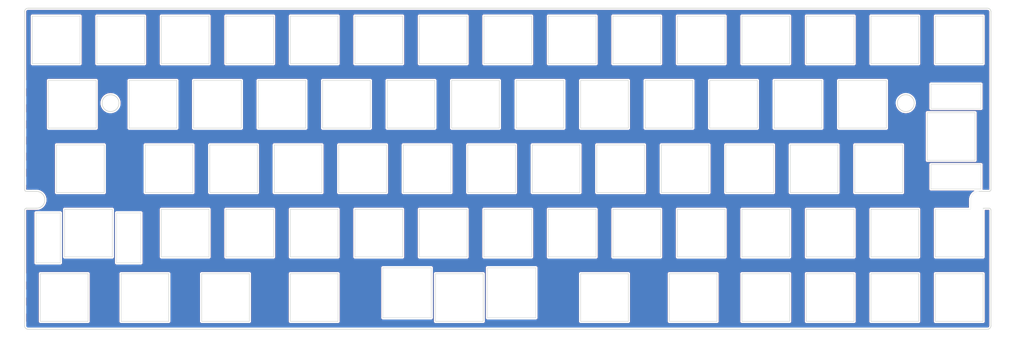
<source format=kicad_pcb>
(kicad_pcb (version 20221018) (generator pcbnew)
  (layers (0 "F.Cu" signal) (31 "B.Cu" signal) (34 "B.Paste" user) (35 "F.Paste" user) (36 "B.SilkS" user "B.Silkscreen") (37 "F.SilkS" user "F.Silkscreen") (38 "B.Mask" user) (39 "F.Mask" user) (44 "Edge.Cuts" user))
  (net 0 "")
  (footprint "kbd_SW_Hole:SW_Hole_1u_JLC" (layer "F.Cu") (at 324.64375 238.91875)
    (fp_text reference "K_.1" hide)
    (fp_text value "MX-NoLED" hide)
    (fp_line (start -7.05 -7.05) (end 7.05 -7.05) (stroke (width 0.15)) (layer "Edge.Cuts"))
    (fp_line (start -7.05 7.05) (end -7.05 -7.05) (stroke (width 0.15)) (layer "Edge.Cuts"))
    (fp_line (start 7.05 -7.05) (end 7.05 7.05) (stroke (width 0.15)) (layer "Edge.Cuts"))
    (fp_line (start 7.05 7.05) (end -7.05 7.05) (stroke (width 0.15)) (layer "Edge.Cuts"))
  )
  (footprint "kbd_SW_Hole:SW_Hole_1u_JLC" (layer "F.Cu") (at 305.59375 238.91875)
    (fp_text reference "K_,1" hide)
    (fp_text value "MX-NoLED" hide)
    (fp_line (start -7.05 -7.05) (end 7.05 -7.05) (stroke (width 0.15)) (layer "Edge.Cuts"))
    (fp_line (start -7.05 7.05) (end -7.05 -7.05) (stroke (width 0.15)) (layer "Edge.Cuts"))
    (fp_line (start 7.05 -7.05) (end 7.05 7.05) (stroke (width 0.15)) (layer "Edge.Cuts"))
    (fp_line (start 7.05 7.05) (end -7.05 7.05) (stroke (width 0.15)) (layer "Edge.Cuts"))
  )
  (footprint "kbd_SW_Hole:SW_Hole_1u_JLC" (layer "F.Cu") (at 153.19375 181.76875 180)
    (fp_text reference "K_#1" hide)
    (fp_text value "MX-NoLED" hide)
    (fp_line (start -7.05 -7.05) (end 7.05 -7.05) (stroke (width 0.15)) (layer "Edge.Cuts"))
    (fp_line (start -7.05 7.05) (end -7.05 -7.05) (stroke (width 0.15)) (layer "Edge.Cuts"))
    (fp_line (start 7.05 -7.05) (end 7.05 7.05) (stroke (width 0.15)) (layer "Edge.Cuts"))
    (fp_line (start 7.05 7.05) (end -7.05 7.05) (stroke (width 0.15)) (layer "Edge.Cuts"))
  )
  (footprint "kbd_SW_Hole:SW_Hole_1u_JLC" (layer "F.Cu") (at 172.24375 181.76875)
    (fp_text reference "K_#2" hide)
    (fp_text value "MX-NoLED" hide)
    (fp_line (start -7.05 -7.05) (end 7.05 -7.05) (stroke (width 0.15)) (layer "Edge.Cuts"))
    (fp_line (start -7.05 7.05) (end -7.05 -7.05) (stroke (width 0.15)) (layer "Edge.Cuts"))
    (fp_line (start 7.05 -7.05) (end 7.05 7.05) (stroke (width 0.15)) (layer "Edge.Cuts"))
    (fp_line (start 7.05 7.05) (end -7.05 7.05) (stroke (width 0.15)) (layer "Edge.Cuts"))
  )
  (footprint "kbd_SW_Hole:SW_Hole_1u_JLC" (layer "F.Cu") (at 191.29375 181.76875)
    (fp_text reference "K_#3" hide)
    (fp_text value "MX-NoLED" hide)
    (fp_line (start -7.05 -7.05) (end 7.05 -7.05) (stroke (width 0.15)) (layer "Edge.Cuts"))
    (fp_line (start -7.05 7.05) (end -7.05 -7.05) (stroke (width 0.15)) (layer "Edge.Cuts"))
    (fp_line (start 7.05 -7.05) (end 7.05 7.05) (stroke (width 0.15)) (layer "Edge.Cuts"))
    (fp_line (start 7.05 7.05) (end -7.05 7.05) (stroke (width 0.15)) (layer "Edge.Cuts"))
  )
  (footprint "kbd_SW_Hole:SW_Hole_1u_JLC" (layer "F.Cu") (at 210.34375 181.76875)
    (fp_text reference "K_#4" hide)
    (fp_text value "MX-NoLED" hide)
    (fp_line (start -7.05 -7.05) (end 7.05 -7.05) (stroke (width 0.15)) (layer "Edge.Cuts"))
    (fp_line (start -7.05 7.05) (end -7.05 -7.05) (stroke (width 0.15)) (layer "Edge.Cuts"))
    (fp_line (start 7.05 -7.05) (end 7.05 7.05) (stroke (width 0.15)) (layer "Edge.Cuts"))
    (fp_line (start 7.05 7.05) (end -7.05 7.05) (stroke (width 0.15)) (layer "Edge.Cuts"))
  )
  (footprint "kbd_SW_Hole:SW_Hole_1u_JLC" (layer "F.Cu") (at 229.39375 181.76875)
    (fp_text reference "K_#5" hide)
    (fp_text value "MX-NoLED" hide)
    (fp_line (start -7.05 -7.05) (end 7.05 -7.05) (stroke (width 0.15)) (layer "Edge.Cuts"))
    (fp_line (start -7.05 7.05) (end -7.05 -7.05) (stroke (width 0.15)) (layer "Edge.Cuts"))
    (fp_line (start 7.05 -7.05) (end 7.05 7.05) (stroke (width 0.15)) (layer "Edge.Cuts"))
    (fp_line (start 7.05 7.05) (end -7.05 7.05) (stroke (width 0.15)) (layer "Edge.Cuts"))
  )
  (footprint "kbd_SW_Hole:SW_Hole_1u_JLC" (layer "F.Cu") (at 248.44375 181.76875)
    (fp_text reference "K_#6" hide)
    (fp_text value "MX-NoLED" hide)
    (fp_line (start -7.05 -7.05) (end 7.05 -7.05) (stroke (width 0.15)) (layer "Edge.Cuts"))
    (fp_line (start -7.05 7.05) (end -7.05 -7.05) (stroke (width 0.15)) (layer "Edge.Cuts"))
    (fp_line (start 7.05 -7.05) (end 7.05 7.05) (stroke (width 0.15)) (layer "Edge.Cuts"))
    (fp_line (start 7.05 7.05) (end -7.05 7.05) (stroke (width 0.15)) (layer "Edge.Cuts"))
  )
  (footprint "kbd_SW_Hole:SW_Hole_1u_JLC" (layer "F.Cu") (at 267.49375 181.76875)
    (fp_text reference "K_#7" hide)
    (fp_text value "MX-NoLED" hide)
    (fp_line (start -7.05 -7.05) (end 7.05 -7.05) (stroke (width 0.15)) (layer "Edge.Cuts"))
    (fp_line (start -7.05 7.05) (end -7.05 -7.05) (stroke (width 0.15)) (layer "Edge.Cuts"))
    (fp_line (start 7.05 -7.05) (end 7.05 7.05) (stroke (width 0.15)) (layer "Edge.Cuts"))
    (fp_line (start 7.05 7.05) (end -7.05 7.05) (stroke (width 0.15)) (layer "Edge.Cuts"))
  )
  (footprint "kbd_SW_Hole:SW_Hole_1u_JLC" (layer "F.Cu") (at 286.54375 181.76875)
    (fp_text reference "K_#8" hide)
    (fp_text value "MX-NoLED" hide)
    (fp_line (start -7.05 -7.05) (end 7.05 -7.05) (stroke (width 0.15)) (layer "Edge.Cuts"))
    (fp_line (start -7.05 7.05) (end -7.05 -7.05) (stroke (width 0.15)) (layer "Edge.Cuts"))
    (fp_line (start 7.05 -7.05) (end 7.05 7.05) (stroke (width 0.15)) (layer "Edge.Cuts"))
    (fp_line (start 7.05 7.05) (end -7.05 7.05) (stroke (width 0.15)) (layer "Edge.Cuts"))
  )
  (footprint "kbd_SW_Hole:SW_Hole_1u_JLC" (layer "F.Cu") (at 305.59375 181.76875)
    (fp_text reference "K_#9" hide)
    (fp_text value "MX-NoLED" hide)
    (fp_line (start -7.05 -7.05) (end 7.05 -7.05) (stroke (width 0.15)) (layer "Edge.Cuts"))
    (fp_line (start -7.05 7.05) (end -7.05 -7.05) (stroke (width 0.15)) (layer "Edge.Cuts"))
    (fp_line (start 7.05 -7.05) (end 7.05 7.05) (stroke (width 0.15)) (layer "Edge.Cuts"))
    (fp_line (start 7.05 7.05) (end -7.05 7.05) (stroke (width 0.15)) (layer "Edge.Cuts"))
  )
  (footprint "kbd_SW_Hole:SW_Hole_1u_JLC" (layer "F.Cu") (at 324.64375 181.76875)
    (fp_text reference "K_#0_1" hide)
    (fp_text value "MX-NoLED" hide)
    (fp_line (start -7.05 -7.05) (end 7.05 -7.05) (stroke (width 0.15)) (layer "Edge.Cuts"))
    (fp_line (start -7.05 7.05) (end -7.05 -7.05) (stroke (width 0.15)) (layer "Edge.Cuts"))
    (fp_line (start 7.05 -7.05) (end 7.05 7.05) (stroke (width 0.15)) (layer "Edge.Cuts"))
    (fp_line (start 7.05 7.05) (end -7.05 7.05) (stroke (width 0.15)) (layer "Edge.Cuts"))
  )
  (footprint "kbd_SW_Hole:SW_Hole_1u_JLC" (layer "F.Cu") (at 357.98125 219.86875)
    (fp_text reference "K_'1" hide)
    (fp_text value "MX-NoLED" hide)
    (fp_line (start -7.05 -7.05) (end 7.05 -7.05) (stroke (width 0.15)) (layer "Edge.Cuts"))
    (fp_line (start -7.05 7.05) (end -7.05 -7.05) (stroke (width 0.15)) (layer "Edge.Cuts"))
    (fp_line (start 7.05 -7.05) (end 7.05 7.05) (stroke (width 0.15)) (layer "Edge.Cuts"))
    (fp_line (start 7.05 7.05) (end -7.05 7.05) (stroke (width 0.15)) (layer "Edge.Cuts"))
  )
  (footprint "kbd_SW_Hole:SW_Hole_1u_JLC" (layer "F.Cu") (at 343.69375 181.76875)
    (fp_text reference "K_-1" hide)
    (fp_text value "MX-NoLED" hide)
    (fp_line (start -7.05 -7.05) (end 7.05 -7.05) (stroke (width 0.15)) (layer "Edge.Cuts"))
    (fp_line (start -7.05 7.05) (end -7.05 -7.05) (stroke (width 0.15)) (layer "Edge.Cuts"))
    (fp_line (start 7.05 -7.05) (end 7.05 7.05) (stroke (width 0.15)) (layer "Edge.Cuts"))
    (fp_line (start 7.05 7.05) (end -7.05 7.05) (stroke (width 0.15)) (layer "Edge.Cuts"))
  )
  (footprint "kbd_SW_Hole:SW_Hole_1u_JLC" (layer "F.Cu") (at 343.69375 238.91875)
    (fp_text reference "K_/1" hide)
    (fp_text value "MX-NoLED" hide)
    (fp_line (start -7.05 -7.05) (end 7.05 -7.05) (stroke (width 0.15)) (layer "Edge.Cuts"))
    (fp_line (start -7.05 7.05) (end -7.05 -7.05) (stroke (width 0.15)) (layer "Edge.Cuts"))
    (fp_line (start 7.05 -7.05) (end 7.05 7.05) (stroke (width 0.15)) (layer "Edge.Cuts"))
    (fp_line (start 7.05 7.05) (end -7.05 7.05) (stroke (width 0.15)) (layer "Edge.Cuts"))
  )
  (footprint "kbd_SW_Hole:SW_Hole_1u_JLC" (layer "F.Cu") (at 338.93125 219.86875)
    (fp_text reference "K_;1" hide)
    (fp_text value "MX-NoLED" hide)
    (fp_line (start -7.05 -7.05) (end 7.05 -7.05) (stroke (width 0.15)) (layer "Edge.Cuts"))
    (fp_line (start -7.05 7.05) (end -7.05 -7.05) (stroke (width 0.15)) (layer "Edge.Cuts"))
    (fp_line (start 7.05 -7.05) (end 7.05 7.05) (stroke (width 0.15)) (layer "Edge.Cuts"))
    (fp_line (start 7.05 7.05) (end -7.05 7.05) (stroke (width 0.15)) (layer "Edge.Cuts"))
  )
  (footprint "kbd_SW_Hole:SW_Hole_1u_JLC" (layer "F.Cu") (at 353.21875 200.81875)
    (fp_text reference "K_[1" hide)
    (fp_text value "MX-NoLED" hide)
    (fp_line (start -7.05 -7.05) (end 7.05 -7.05) (stroke (width 0.15)) (layer "Edge.Cuts"))
    (fp_line (start -7.05 7.05) (end -7.05 -7.05) (stroke (width 0.15)) (layer "Edge.Cuts"))
    (fp_line (start 7.05 -7.05) (end 7.05 7.05) (stroke (width 0.15)) (layer "Edge.Cuts"))
    (fp_line (start 7.05 7.05) (end -7.05 7.05) (stroke (width 0.15)) (layer "Edge.Cuts"))
  )
  (footprint "kbd_SW_Hole:SW_Hole_1u_JLC" (layer "F.Cu") (at 377.03125 219.86875)
    (fp_text reference "K_\\1" hide)
    (fp_text value "MX-NoLED" hide)
    (fp_line (start -7.05 -7.05) (end 7.05 -7.05) (stroke (width 0.15)) (layer "Edge.Cuts"))
    (fp_line (start -7.05 7.05) (end -7.05 -7.05) (stroke (width 0.15)) (layer "Edge.Cuts"))
    (fp_line (start 7.05 -7.05) (end 7.05 7.05) (stroke (width 0.15)) (layer "Edge.Cuts"))
    (fp_line (start 7.05 7.05) (end -7.05 7.05) (stroke (width 0.15)) (layer "Edge.Cuts"))
  )
  (footprint "kbd_SW_Hole:SW_Hole_1u_JLC" (layer "F.Cu") (at 372.26875 200.81875)
    (fp_text reference "K_]1" hide)
    (fp_text value "MX-NoLED" hide)
    (fp_line (start -7.05 -7.05) (end 7.05 -7.05) (stroke (width 0.15)) (layer "Edge.Cuts"))
    (fp_line (start -7.05 7.05) (end -7.05 -7.05) (stroke (width 0.15)) (layer "Edge.Cuts"))
    (fp_line (start 7.05 -7.05) (end 7.05 7.05) (stroke (width 0.15)) (layer "Edge.Cuts"))
    (fp_line (start 7.05 7.05) (end -7.05 7.05) (stroke (width 0.15)) (layer "Edge.Cuts"))
  )
  (footprint "kbd_SW_Hole:SW_Hole_1u_JLC" (layer "F.Cu") (at 167.48125 219.86875)
    (fp_text reference "K_A1" hide)
    (fp_text value "MX-NoLED" hide)
    (fp_line (start -7.05 -7.05) (end 7.05 -7.05) (stroke (width 0.15)) (layer "Edge.Cuts"))
    (fp_line (start -7.05 7.05) (end -7.05 -7.05) (stroke (width 0.15)) (layer "Edge.Cuts"))
    (fp_line (start 7.05 -7.05) (end 7.05 7.05) (stroke (width 0.15)) (layer "Edge.Cuts"))
    (fp_line (start 7.05 7.05) (end -7.05 7.05) (stroke (width 0.15)) (layer "Edge.Cuts"))
  )
  (footprint "kbd_SW_Hole:SW_Hole_1u_JLC" (layer "F.Cu") (at 248.44375 238.91875)
    (fp_text reference "K_B1" hide)
    (fp_text value "MX-NoLED" hide)
    (fp_line (start -7.05 -7.05) (end 7.05 -7.05) (stroke (width 0.15)) (layer "Edge.Cuts"))
    (fp_line (start -7.05 7.05) (end -7.05 -7.05) (stroke (width 0.15)) (layer "Edge.Cuts"))
    (fp_line (start 7.05 -7.05) (end 7.05 7.05) (stroke (width 0.15)) (layer "Edge.Cuts"))
    (fp_line (start 7.05 7.05) (end -7.05 7.05) (stroke (width 0.15)) (layer "Edge.Cuts"))
  )
  (footprint "kbd_SW_Hole:SW_Hole_1u_JLC" (layer "F.Cu") (at 381.79375 181.76875)
    (fp_text reference "K_SBSPC1" hide)
    (fp_text value "MX-NoLED" hide)
    (fp_line (start -7.05 -7.05) (end 7.05 -7.05) (stroke (width 0.15)) (layer "Edge.Cuts"))
    (fp_line (start -7.05 7.05) (end -7.05 -7.05) (stroke (width 0.15)) (layer "Edge.Cuts"))
    (fp_line (start 7.05 -7.05) (end 7.05 7.05) (stroke (width 0.15)) (layer "Edge.Cuts"))
    (fp_line (start 7.05 7.05) (end -7.05 7.05) (stroke (width 0.15)) (layer "Edge.Cuts"))
  )
  (footprint "kbd_SW_Hole:SW_Hole_1u_JLC" (layer "F.Cu") (at 210.34375 238.91875)
    (fp_text reference "K_C1" hide)
    (fp_text value "MX-NoLED" hide)
    (fp_line (start -7.05 -7.05) (end 7.05 -7.05) (stroke (width 0.15)) (layer "Edge.Cuts"))
    (fp_line (start -7.05 7.05) (end -7.05 -7.05) (stroke (width 0.15)) (layer "Edge.Cuts"))
    (fp_line (start 7.05 -7.05) (end 7.05 7.05) (stroke (width 0.15)) (layer "Edge.Cuts"))
    (fp_line (start 7.05 7.05) (end -7.05 7.05) (stroke (width 0.15)) (layer "Edge.Cuts"))
  )
  (footprint "kbd_SW_Hole:SW_Hole_1u_JLC" (layer "F.Cu") (at 205.58125 219.86875)
    (fp_text reference "K_D1" hide)
    (fp_text value "MX-NoLED" hide)
    (fp_line (start -7.05 -7.05) (end 7.05 -7.05) (stroke (width 0.15)) (layer "Edge.Cuts"))
    (fp_line (start -7.05 7.05) (end -7.05 -7.05) (stroke (width 0.15)) (layer "Edge.Cuts"))
    (fp_line (start 7.05 -7.05) (end 7.05 7.05) (stroke (width 0.15)) (layer "Edge.Cuts"))
    (fp_line (start 7.05 7.05) (end -7.05 7.05) (stroke (width 0.15)) (layer "Edge.Cuts"))
  )
  (footprint "kbd_SW_Hole:SW_Hole_1u_JLC" (layer "F.Cu") (at 200.81875 200.81875)
    (fp_text reference "K_E1" hide)
    (fp_text value "MX-NoLED" hide)
    (fp_line (start -7.05 -7.05) (end 7.05 -7.05) (stroke (width 0.15)) (layer "Edge.Cuts"))
    (fp_line (start -7.05 7.05) (end -7.05 -7.05) (stroke (width 0.15)) (layer "Edge.Cuts"))
    (fp_line (start 7.05 -7.05) (end 7.05 7.05) (stroke (width 0.15)) (layer "Edge.Cuts"))
    (fp_line (start 7.05 7.05) (end -7.05 7.05) (stroke (width 0.15)) (layer "Edge.Cuts"))
  )
  (footprint "kbd_SW_Hole:SW_Hole_2u_JLC" (layer "F.Cu") (at 398.4625 210.34375 90)
    (fp_text reference "K_ENTER1" hide)
    (fp_text value "MX-NoLED" hide)
    (fp_line (start -15.5 -6) (end -8.3 -6) (stroke (width 0.12)) (layer "Edge.Cuts"))
    (fp_line (start -15.5 8.8) (end -15.5 -6) (stroke (width 0.12)) (layer "Edge.Cuts"))
    (fp_line (start -8.3 -6) (end -8.3 8.8) (stroke (width 0.12)) (layer "Edge.Cuts"))
    (fp_line (start -8.3 8.8) (end -15.5 8.8) (stroke (width 0.12)) (layer "Edge.Cuts"))
    (fp_line (start -7.05 -7.05) (end 7.05 -7.05) (stroke (width 0.15)) (layer "Edge.Cuts"))
    (fp_line (start -7.05 7.05) (end -7.05 -7.05) (stroke (width 0.15)) (layer "Edge.Cuts"))
    (fp_line (start 7.05 -7.05) (end 7.05 7.05) (stroke (width 0.15)) (layer "Edge.Cuts"))
    (fp_line (start 7.05 7.05) (end -7.05 7.05) (stroke (width 0.15)) (layer "Edge.Cuts"))
    (fp_line (start 8.3 -6) (end 8.3 8.8) (stroke (width 0.12)) (layer "Edge.Cuts"))
    (fp_line (start 8.3 8.8) (end 15.5 8.8) (stroke (width 0.12)) (layer "Edge.Cuts"))
    (fp_line (start 15.5 -6) (end 8.3 -6) (stroke (width 0.12)) (layer "Edge.Cuts"))
    (fp_line (start 15.5 8.8) (end 15.5 -6) (stroke (width 0.12)) (layer "Edge.Cuts"))
  )
  (footprint "kbd_SW_Hole:SW_Hole_1u_JLC" (layer "F.Cu") (at 224.63125 219.86875)
    (fp_text reference "K_F1" hide)
    (fp_text value "MX-NoLED" hide)
    (fp_line (start -7.05 -7.05) (end 7.05 -7.05) (stroke (width 0.15)) (layer "Edge.Cuts"))
    (fp_line (start -7.05 7.05) (end -7.05 -7.05) (stroke (width 0.15)) (layer "Edge.Cuts"))
    (fp_line (start 7.05 -7.05) (end 7.05 7.05) (stroke (width 0.15)) (layer "Edge.Cuts"))
    (fp_line (start 7.05 7.05) (end -7.05 7.05) (stroke (width 0.15)) (layer "Edge.Cuts"))
  )
  (footprint "kbd_SW_Hole:SW_Hole_1u_JLC" (layer "F.Cu") (at 243.68125 219.86875)
    (fp_text reference "K_G1" hide)
    (fp_text value "MX-NoLED" hide)
    (fp_line (start -7.05 -7.05) (end 7.05 -7.05) (stroke (width 0.15)) (layer "Edge.Cuts"))
    (fp_line (start -7.05 7.05) (end -7.05 -7.05) (stroke (width 0.15)) (layer "Edge.Cuts"))
    (fp_line (start 7.05 -7.05) (end 7.05 7.05) (stroke (width 0.15)) (layer "Edge.Cuts"))
    (fp_line (start 7.05 7.05) (end -7.05 7.05) (stroke (width 0.15)) (layer "Edge.Cuts"))
  )
  (footprint "kbd_SW_Hole:SW_Hole_1u_JLC" (layer "F.Cu") (at 262.73125 219.86875)
    (fp_text reference "K_H1" hide)
    (fp_text value "MX-NoLED" hide)
    (fp_line (start -7.05 -7.05) (end 7.05 -7.05) (stroke (width 0.15)) (layer "Edge.Cuts"))
    (fp_line (start -7.05 7.05) (end -7.05 -7.05) (stroke (width 0.15)) (layer "Edge.Cuts"))
    (fp_line (start 7.05 -7.05) (end 7.05 7.05) (stroke (width 0.15)) (layer "Edge.Cuts"))
    (fp_line (start 7.05 7.05) (end -7.05 7.05) (stroke (width 0.15)) (layer "Edge.Cuts"))
  )
  (footprint "kbd_SW_Hole:SW_Hole_1u_JLC" (layer "F.Cu") (at 296.06875 200.81875)
    (fp_text reference "K_I1" hide)
    (fp_text value "MX-NoLED" hide)
    (fp_line (start -7.05 -7.05) (end 7.05 -7.05) (stroke (width 0.15)) (layer "Edge.Cuts"))
    (fp_line (start -7.05 7.05) (end -7.05 -7.05) (stroke (width 0.15)) (layer "Edge.Cuts"))
    (fp_line (start 7.05 -7.05) (end 7.05 7.05) (stroke (width 0.15)) (layer "Edge.Cuts"))
    (fp_line (start 7.05 7.05) (end -7.05 7.05) (stroke (width 0.15)) (layer "Edge.Cuts"))
  )
  (footprint "kbd_SW_Hole:SW_Hole_1u_JLC" (layer "F.Cu") (at 281.78125 219.86875)
    (fp_text reference "K_J1" hide)
    (fp_text value "MX-NoLED" hide)
    (fp_line (start -7.05 -7.05) (end 7.05 -7.05) (stroke (width 0.15)) (layer "Edge.Cuts"))
    (fp_line (start -7.05 7.05) (end -7.05 -7.05) (stroke (width 0.15)) (layer "Edge.Cuts"))
    (fp_line (start 7.05 -7.05) (end 7.05 7.05) (stroke (width 0.15)) (layer "Edge.Cuts"))
    (fp_line (start 7.05 7.05) (end -7.05 7.05) (stroke (width 0.15)) (layer "Edge.Cuts"))
  )
  (footprint "kbd_SW_Hole:SW_Hole_1u_JLC" (layer "F.Cu") (at 300.83125 219.86875)
    (fp_text reference "K_K1" hide)
    (fp_text value "MX-NoLED" hide)
    (fp_line (start -7.05 -7.05) (end 7.05 -7.05) (stroke (width 0.15)) (layer "Edge.Cuts"))
    (fp_line (start -7.05 7.05) (end -7.05 -7.05) (stroke (width 0.15)) (layer "Edge.Cuts"))
    (fp_line (start 7.05 -7.05) (end 7.05 7.05) (stroke (width 0.15)) (layer "Edge.Cuts"))
    (fp_line (start 7.05 7.05) (end -7.05 7.05) (stroke (width 0.15)) (layer "Edge.Cuts"))
  )
  (footprint "kbd_SW_Hole:SW_Hole_1u_JLC" (layer "F.Cu") (at 319.88125 219.86875)
    (fp_text reference "K_L1" hide)
    (fp_text value "MX-NoLED" hide)
    (fp_line (start -7.05 -7.05) (end 7.05 -7.05) (stroke (width 0.15)) (layer "Edge.Cuts"))
    (fp_line (start -7.05 7.05) (end -7.05 -7.05) (stroke (width 0.15)) (layer "Edge.Cuts"))
    (fp_line (start 7.05 -7.05) (end 7.05 7.05) (stroke (width 0.15)) (layer "Edge.Cuts"))
    (fp_line (start 7.05 7.05) (end -7.05 7.05) (stroke (width 0.15)) (layer "Edge.Cuts"))
  )
  (footprint "kbd_SW_Hole:SW_Hole_1u_JLC" (layer "F.Cu") (at 184.15 257.96875)
    (fp_text reference "K_LALT1" hide)
    (fp_text value "MX-NoLED" hide)
    (fp_line (start -7.05 -7.05) (end 7.05 -7.05) (stroke (width 0.15)) (layer "Edge.Cuts"))
    (fp_line (start -7.05 7.05) (end -7.05 -7.05) (stroke (width 0.15)) (layer "Edge.Cuts"))
    (fp_line (start 7.05 -7.05) (end 7.05 7.05) (stroke (width 0.15)) (layer "Edge.Cuts"))
    (fp_line (start 7.05 7.05) (end -7.05 7.05) (stroke (width 0.15)) (layer "Edge.Cuts"))
  )
  (footprint "kbd_SW_Hole:SW_Hole_1u_JLC" (layer "F.Cu") (at 136.525 257.96875)
    (fp_text reference "K_LCTRL1" hide)
    (fp_text value "MX-NoLED" hide)
    (fp_line (start -7.05 -7.05) (end 7.05 -7.05) (stroke (width 0.15)) (layer "Edge.Cuts"))
    (fp_line (start -7.05 7.05) (end -7.05 -7.05) (stroke (width 0.15)) (layer "Edge.Cuts"))
    (fp_line (start 7.05 -7.05) (end 7.05 7.05) (stroke (width 0.15)) (layer "Edge.Cuts"))
    (fp_line (start 7.05 7.05) (end -7.05 7.05) (stroke (width 0.15)) (layer "Edge.Cuts"))
  )
  (footprint "kbd_SW_Hole:SW_Hole_2u_JLC" (layer "F.Cu") (at 143.66875 238.91875)
    (fp_text reference "K_LSFT1" hide)
    (fp_text value "MX-NoLED" hide)
    (fp_line (start -15.5 -6) (end -8.3 -6) (stroke (width 0.12)) (layer "Edge.Cuts"))
    (fp_line (start -15.5 8.8) (end -15.5 -6) (stroke (width 0.12)) (layer "Edge.Cuts"))
    (fp_line (start -8.3 -6) (end -8.3 8.8) (stroke (width 0.12)) (layer "Edge.Cuts"))
    (fp_line (start -8.3 8.8) (end -15.5 8.8) (stroke (width 0.12)) (layer "Edge.Cuts"))
    (fp_line (start -7.05 -7.05) (end 7.05 -7.05) (stroke (width 0.15)) (layer "Edge.Cuts"))
    (fp_line (start -7.05 7.05) (end -7.05 -7.05) (stroke (width 0.15)) (layer "Edge.Cuts"))
    (fp_line (start 7.05 -7.05) (end 7.05 7.05) (stroke (width 0.15)) (layer "Edge.Cuts"))
    (fp_line (start 7.05 7.05) (end -7.05 7.05) (stroke (width 0.15)) (layer "Edge.Cuts"))
    (fp_line (start 8.3 -6) (end 8.3 8.8) (stroke (width 0.12)) (layer "Edge.Cuts"))
    (fp_line (start 8.3 8.8) (end 15.5 8.8) (stroke (width 0.12)) (layer "Edge.Cuts"))
    (fp_line (start 15.5 -6) (end 8.3 -6) (stroke (width 0.12)) (layer "Edge.Cuts"))
    (fp_line (start 15.5 8.8) (end 15.5 -6) (stroke (width 0.12)) (layer "Edge.Cuts"))
  )
  (footprint "kbd_SW_Hole:SW_Hole_1u_JLC" (layer "F.Cu") (at 286.54375 238.91875)
    (fp_text reference "K_M1" hide)
    (fp_text value "MX-NoLED" hide)
    (fp_line (start -7.05 -7.05) (end 7.05 -7.05) (stroke (width 0.15)) (layer "Edge.Cuts"))
    (fp_line (start -7.05 7.05) (end -7.05 -7.05) (stroke (width 0.15)) (layer "Edge.Cuts"))
    (fp_line (start 7.05 -7.05) (end 7.05 7.05) (stroke (width 0.15)) (layer "Edge.Cuts"))
    (fp_line (start 7.05 7.05) (end -7.05 7.05) (stroke (width 0.15)) (layer "Edge.Cuts"))
  )
  (footprint "kbd_SW_Hole:SW_Hole_1u_JLC" (layer "F.Cu") (at 267.49375 238.91875)
    (fp_text reference "K_N1" hide)
    (fp_text value "MX-NoLED" hide)
    (fp_line (start -7.05 -7.05) (end 7.05 -7.05) (stroke (width 0.15)) (layer "Edge.Cuts"))
    (fp_line (start -7.05 7.05) (end -7.05 -7.05) (stroke (width 0.15)) (layer "Edge.Cuts"))
    (fp_line (start 7.05 -7.05) (end 7.05 7.05) (stroke (width 0.15)) (layer "Edge.Cuts"))
    (fp_line (start 7.05 7.05) (end -7.05 7.05) (stroke (width 0.15)) (layer "Edge.Cuts"))
  )
  (footprint "kbd_SW_Hole:SW_Hole_1u_JLC" (layer "F.Cu") (at 315.11875 200.81875)
    (fp_text reference "K_O1" hide)
    (fp_text value "MX-NoLED" hide)
    (fp_line (start -7.05 -7.05) (end 7.05 -7.05) (stroke (width 0.15)) (layer "Edge.Cuts"))
    (fp_line (start -7.05 7.05) (end -7.05 -7.05) (stroke (width 0.15)) (layer "Edge.Cuts"))
    (fp_line (start 7.05 -7.05) (end 7.05 7.05) (stroke (width 0.15)) (layer "Edge.Cuts"))
    (fp_line (start 7.05 7.05) (end -7.05 7.05) (stroke (width 0.15)) (layer "Edge.Cuts"))
  )
  (footprint "kbd_SW_Hole:SW_Hole_1u_JLC" (layer "F.Cu") (at 334.16875 200.81875)
    (fp_text reference "K_P1" hide)
    (fp_text value "MX-NoLED" hide)
    (fp_line (start -7.05 -7.05) (end 7.05 -7.05) (stroke (width 0.15)) (layer "Edge.Cuts"))
    (fp_line (start -7.05 7.05) (end -7.05 -7.05) (stroke (width 0.15)) (layer "Edge.Cuts"))
    (fp_line (start 7.05 -7.05) (end 7.05 7.05) (stroke (width 0.15)) (layer "Edge.Cuts"))
    (fp_line (start 7.05 7.05) (end -7.05 7.05) (stroke (width 0.15)) (layer "Edge.Cuts"))
  )
  (footprint "kbd_SW_Hole:SW_Hole_1u_JLC" (layer "F.Cu") (at 219.86875 200.81875)
    (fp_text reference "K_R1" hide)
    (fp_text value "MX-NoLED" hide)
    (fp_line (start -7.05 -7.05) (end 7.05 -7.05) (stroke (width 0.15)) (layer "Edge.Cuts"))
    (fp_line (start -7.05 7.05) (end -7.05 -7.05) (stroke (width 0.15)) (layer "Edge.Cuts"))
    (fp_line (start 7.05 -7.05) (end 7.05 7.05) (stroke (width 0.15)) (layer "Edge.Cuts"))
    (fp_line (start 7.05 7.05) (end -7.05 7.05) (stroke (width 0.15)) (layer "Edge.Cuts"))
  )
  (footprint "kbd_SW_Hole:SW_Hole_1u_JLC" (layer "F.Cu") (at 322.2625 257.96875)
    (fp_text reference "K_KANA1" hide)
    (fp_text value "MX-NoLED" hide)
    (fp_line (start -7.05 -7.05) (end 7.05 -7.05) (stroke (width 0.15)) (layer "Edge.Cuts"))
    (fp_line (start -7.05 7.05) (end -7.05 -7.05) (stroke (width 0.15)) (layer "Edge.Cuts"))
    (fp_line (start 7.05 -7.05) (end 7.05 7.05) (stroke (width 0.15)) (layer "Edge.Cuts"))
    (fp_line (start 7.05 7.05) (end -7.05 7.05) (stroke (width 0.15)) (layer "Edge.Cuts"))
  )
  (footprint "kbd_SW_Hole:SW_Hole_1u_JLC" (layer "F.Cu") (at 400.84375 238.91875)
    (fp_text reference "K_SRSFT2" hide)
    (fp_text value "MX-NoLED" hide)
    (fp_line (start -7.05 7.05) (end -7.05 -7.05) (stroke (width 0.15)) (layer "Edge.Cuts"))
    (fp_line (start 7.05 7.05) (end -7.05 7.05) (stroke (width 0.15)) (layer "Edge.Cuts"))
  )
  (footprint "kbd_SW_Hole:SW_Hole_1u_JLC" (layer "F.Cu") (at 186.53125 219.86875)
    (fp_text reference "K_S1" hide)
    (fp_text value "MX-NoLED" hide)
    (fp_line (start -7.05 -7.05) (end 7.05 -7.05) (stroke (width 0.15)) (layer "Edge.Cuts"))
    (fp_line (start -7.05 7.05) (end -7.05 -7.05) (stroke (width 0.15)) (layer "Edge.Cuts"))
    (fp_line (start 7.05 -7.05) (end 7.05 7.05) (stroke (width 0.15)) (layer "Edge.Cuts"))
    (fp_line (start 7.05 7.05) (end -7.05 7.05) (stroke (width 0.15)) (layer "Edge.Cuts"))
  )
  (footprint "kbd_SW_Hole:SW_Hole_2u3u_JLC" (layer "F.Cu") (at 253.20625 257.96875 180)
    (fp_text reference "K_SPC1" hide)
    (fp_text value "MX-NoLED" hide)
    (fp_line (start -22.6 -6) (end -8.3 -6) (stroke (width 0.12)) (layer "Edge.Cuts"))
    (fp_line (start -22.6 8.8) (end -22.6 -6) (stroke (width 0.12)) (layer "Edge.Cuts"))
    (fp_line (start -8.3 -6) (end -8.3 8.8) (stroke (width 0.12)) (layer "Edge.Cuts"))
    (fp_line (start -8.3 8.8) (end -22.6 8.8) (stroke (width 0.12)) (layer "Edge.Cuts"))
    (fp_line (start -7.05 -7.05) (end 7.05 -7.05) (stroke (width 0.15)) (layer "Edge.Cuts"))
    (fp_line (start -7.05 7.05) (end -7.05 -7.05) (stroke (width 0.15)) (layer "Edge.Cuts"))
    (fp_line (start 7.05 -7.05) (end 7.05 7.05) (stroke (width 0.15)) (layer "Edge.Cuts"))
    (fp_line (start 7.05 7.05) (end -7.05 7.05) (stroke (width 0.15)) (layer "Edge.Cuts"))
    (fp_line (start 8.3 -6) (end 8.3 8.8) (stroke (width 0.12)) (layer "Edge.Cuts"))
    (fp_line (start 8.3 8.8) (end 22.6 8.8) (stroke (width 0.12)) (layer "Edge.Cuts"))
    (fp_line (start 22.6 -6) (end 8.3 -6) (stroke (width 0.12)) (layer "Edge.Cuts"))
    (fp_line (start 22.6 8.8) (end 22.6 -6) (stroke (width 0.12)) (layer "Edge.Cuts"))
  )
  (footprint "kbd_SW_Hole:SW_Hole_1u_JLC" (layer "F.Cu") (at 238.91875 200.81875)
    (fp_text reference "K_T1" hide)
    (fp_text value "MX-NoLED" hide)
    (fp_line (start -7.05 -7.05) (end 7.05 -7.05) (stroke (width 0.15)) (layer "Edge.Cuts"))
    (fp_line (start -7.05 7.05) (end -7.05 -7.05) (stroke (width 0.15)) (layer "Edge.Cuts"))
    (fp_line (start 7.05 -7.05) (end 7.05 7.05) (stroke (width 0.15)) (layer "Edge.Cuts"))
    (fp_line (start 7.05 7.05) (end -7.05 7.05) (stroke (width 0.15)) (layer "Edge.Cuts"))
  )
  (footprint "kbd_SW_Hole:SW_Hole_1u_JLC" (layer "F.Cu") (at 138.90625 200.81875)
    (fp_text reference "K_TAB1" hide)
    (fp_text value "MX-NoLED" hide)
    (fp_line (start -7.05 -7.05) (end 7.05 -7.05) (stroke (width 0.15)) (layer "Edge.Cuts"))
    (fp_line (start -7.05 7.05) (end -7.05 -7.05) (stroke (width 0.15)) (layer "Edge.Cuts"))
    (fp_line (start 7.05 -7.05) (end 7.05 7.05) (stroke (width 0.15)) (layer "Edge.Cuts"))
    (fp_line (start 7.05 7.05) (end -7.05 7.05) (stroke (width 0.15)) (layer "Edge.Cuts"))
  )
  (footprint "kbd_SW_Hole:SW_Hole_1u_JLC" (layer "F.Cu") (at 277.01875 200.81875)
    (fp_text reference "K_U1" hide)
    (fp_text value "MX-NoLED" hide)
    (fp_line (start -7.05 -7.05) (end 7.05 -7.05) (stroke (width 0.15)) (layer "Edge.Cuts"))
    (fp_line (start -7.05 7.05) (end -7.05 -7.05) (stroke (width 0.15)) (layer "Edge.Cuts"))
    (fp_line (start 7.05 -7.05) (end 7.05 7.05) (stroke (width 0.15)) (layer "Edge.Cuts"))
    (fp_line (start 7.05 7.05) (end -7.05 7.05) (stroke (width 0.15)) (layer "Edge.Cuts"))
  )
  (footprint "kbd_SW_Hole:SW_Hole_1u_JLC" (layer "F.Cu") (at 229.39375 238.91875)
    (fp_text reference "K_V1" hide)
    (fp_text value "MX-NoLED" hide)
    (fp_line (start -7.05 -7.05) (end 7.05 -7.05) (stroke (width 0.15)) (layer "Edge.Cuts"))
    (fp_line (start -7.05 7.05) (end -7.05 -7.05) (stroke (width 0.15)) (layer "Edge.Cuts"))
    (fp_line (start 7.05 -7.05) (end 7.05 7.05) (stroke (width 0.15)) (layer "Edge.Cuts"))
    (fp_line (start 7.05 7.05) (end -7.05 7.05) (stroke (width 0.15)) (layer "Edge.Cuts"))
  )
  (footprint "kbd_SW_Hole:SW_Hole_1u_JLC" (layer "F.Cu") (at 191.29375 238.91875)
    (fp_text reference "K_X1" hide)
    (fp_text value "MX-NoLED" hide)
    (fp_line (start -7.05 -7.05) (end 7.05 -7.05) (stroke (width 0.15)) (layer "Edge.Cuts"))
    (fp_line (start -7.05 7.05) (end -7.05 -7.05) (stroke (width 0.15)) (layer "Edge.Cuts"))
    (fp_line (start 7.05 -7.05) (end 7.05 7.05) (stroke (width 0.15)) (layer "Edge.Cuts"))
    (fp_line (start 7.05 7.05) (end -7.05 7.05) (stroke (width 0.15)) (layer "Edge.Cuts"))
  )
  (footprint "kbd_SW_Hole:SW_Hole_1u_JLC" (layer "F.Cu") (at 257.96875 200.81875)
    (fp_text reference "K_Y1" hide)
    (fp_text value "MX-NoLED" hide)
    (fp_line (start -7.05 -7.05) (end 7.05 -7.05) (stroke (width 0.15)) (layer "Edge.Cuts"))
    (fp_line (start -7.05 7.05) (end -7.05 -7.05) (stroke (width 0.15)) (layer "Edge.Cuts"))
    (fp_line (start 7.05 -7.05) (end 7.05 7.05) (stroke (width 0.15)) (layer "Edge.Cuts"))
    (fp_line (start 7.05 7.05) (end -7.05 7.05) (stroke (width 0.15)) (layer "Edge.Cuts"))
  )
  (footprint "kbd_SW_Hole:SW_Hole_1u_JLC" (layer "F.Cu") (at 172.24375 238.91875)
    (fp_text reference "K_Z1" hide)
    (fp_text value "MX-NoLED" hide)
    (fp_line (start -7.05 -7.05) (end 7.05 -7.05) (stroke (width 0.15)) (layer "Edge.Cuts"))
    (fp_line (start -7.05 7.05) (end -7.05 -7.05) (stroke (width 0.15)) (layer "Edge.Cuts"))
    (fp_line (start 7.05 -7.05) (end 7.05 7.05) (stroke (width 0.15)) (layer "Edge.Cuts"))
    (fp_line (start 7.05 7.05) (end -7.05 7.05) (stroke (width 0.15)) (layer "Edge.Cuts"))
  )
  (footprint "kbd_SW_Hole:SW_Hole_1u_JLC" (layer "F.Cu") (at 160.3375 257.96875)
    (fp_text reference "K_LGUI1" hide)
    (fp_text value "MX-NoLED" hide)
    (fp_line (start -7.05 -7.05) (end 7.05 -7.05) (stroke (width 0.15)) (layer "Edge.Cuts"))
    (fp_line (start -7.05 7.05) (end -7.05 -7.05) (stroke (width 0.15)) (layer "Edge.Cuts"))
    (fp_line (start 7.05 -7.05) (end 7.05 7.05) (stroke (width 0.15)) (layer "Edge.Cuts"))
    (fp_line (start 7.05 7.05) (end -7.05 7.05) (stroke (width 0.15)) (layer "Edge.Cuts"))
  )
  (footprint "kbd_SW_Hole:SW_Hole_1u_JLC" (layer "F.Cu") (at 343.69375 257.96875)
    (fp_text reference "K_APP1" hide)
    (fp_text value "MX-NoLED" hide)
    (fp_line (start -7.05 -7.05) (end 7.05 -7.05) (stroke (width 0.15)) (layer "Edge.Cuts"))
    (fp_line (start -7.05 7.05) (end -7.05 -7.05) (stroke (width 0.15)) (layer "Edge.Cuts"))
    (fp_line (start 7.05 -7.05) (end 7.05 7.05) (stroke (width 0.15)) (layer "Edge.Cuts"))
    (fp_line (start 7.05 7.05) (end -7.05 7.05) (stroke (width 0.15)) (layer "Edge.Cuts"))
  )
  (footprint "kbd_SW_Hole:SW_Hole_1u_JLC" (layer "F.Cu") (at 400.84375 181.76875)
    (fp_text reference "K_SBSPC2" hide)
    (fp_text value "MX-NoLED" hide)
    (fp_line (start -7.05 -7.05) (end 7.05 -7.05) (stroke (width 0.15)) (layer "Edge.Cuts"))
    (fp_line (start -7.05 7.05) (end -7.05 -7.05) (stroke (width 0.15)) (layer "Edge.Cuts"))
    (fp_line (start 7.05 -7.05) (end 7.05 7.05) (stroke (width 0.15)) (layer "Edge.Cuts"))
    (fp_line (start 7.05 7.05) (end -7.05 7.05) (stroke (width 0.15)) (layer "Edge.Cuts"))
  )
  (footprint "kbd_SW_Hole:SW_Hole_1u_JLC" (layer "F.Cu") (at 181.76875 200.81875)
    (fp_text reference "K_W1" hide)
    (fp_text value "MX-NoLED" hide)
    (fp_line (start -7.05 -7.05) (end 7.05 -7.05) (stroke (width 0.15)) (layer "Edge.Cuts"))
    (fp_line (start -7.05 7.05) (end -7.05 -7.05) (stroke (width 0.15)) (layer "Edge.Cuts"))
    (fp_line (start 7.05 -7.05) (end 7.05 7.05) (stroke (width 0.15)) (layer "Edge.Cuts"))
    (fp_line (start 7.05 7.05) (end -7.05 7.05) (stroke (width 0.15)) (layer "Edge.Cuts"))
  )
  (footprint "kbd_SW_Hole:SW_Hole_1u_JLC" (layer "F.Cu") (at 162.71875 200.81875)
    (fp_text reference "K_Q1" hide)
    (fp_text value "MX-NoLED" hide)
    (fp_line (start -7.05 -7.05) (end 7.05 -7.05) (stroke (width 0.15)) (layer "Edge.Cuts"))
    (fp_line (start -7.05 7.05) (end -7.05 -7.05) (stroke (width 0.15)) (layer "Edge.Cuts"))
    (fp_line (start 7.05 -7.05) (end 7.05 7.05) (stroke (width 0.15)) (layer "Edge.Cuts"))
    (fp_line (start 7.05 7.05) (end -7.05 7.05) (stroke (width 0.15)) (layer "Edge.Cuts"))
  )
  (footprint "kbd_SW_Hole:SW_Hole_1u_JLC" (layer "F.Cu") (at 141.2875 219.86875)
    (fp_text reference "K_CAPS1" hide)
    (fp_text value "MX-LED" hide)
    (fp_line (start -7.05 -7.05) (end 7.05 -7.05) (stroke (width 0.15)) (layer "Edge.Cuts"))
    (fp_line (start -7.05 7.05) (end -7.05 -7.05) (stroke (width 0.15)) (layer "Edge.Cuts"))
    (fp_line (start 7.05 -7.05) (end 7.05 7.05) (stroke (width 0.15)) (layer "Edge.Cuts"))
    (fp_line (start 7.05 7.05) (end -7.05 7.05) (stroke (width 0.15)) (layer "Edge.Cuts"))
  )
  (footprint "kbd_SW_Hole:SW_Hole_1u_JLC" (layer "F.Cu") (at 210.34375 257.96875)
    (fp_text reference "K_MHEN1" hide)
    (fp_text value "MX-NoLED" hide)
    (fp_line (start -7.05 -7.05) (end 7.05 -7.05) (stroke (width 0.15)) (layer "Edge.Cuts"))
    (fp_line (start -7.05 7.05) (end -7.05 -7.05) (stroke (width 0.15)) (layer "Edge.Cuts"))
    (fp_line (start 7.05 -7.05) (end 7.05 7.05) (stroke (width 0.15)) (layer "Edge.Cuts"))
    (fp_line (start 7.05 7.05) (end -7.05 7.05) (stroke (width 0.15)) (layer "Edge.Cuts"))
  )
  (footprint "kbd_SW_Hole:SW_Hole_1u_JLC" (layer "F.Cu") (at 296.06875 257.96875)
    (fp_text reference "K_HEN1" hide)
    (fp_text value "MX-NoLED" hide)
    (fp_line (start -7.05 -7.05) (end 7.05 -7.05) (stroke (width 0.15)) (layer "Edge.Cuts"))
    (fp_line (start -7.05 7.05) (end -7.05 -7.05) (stroke (width 0.15)) (layer "Edge.Cuts"))
    (fp_line (start 7.05 -7.05) (end 7.05 7.05) (stroke (width 0.15)) (layer "Edge.Cuts"))
    (fp_line (start 7.05 7.05) (end -7.05 7.05) (stroke (width 0.15)) (layer "Edge.Cuts"))
  )
  (footprint "kbd_SW_Hole:SW_Hole_1u_JLC" (layer "F.Cu") (at 362.74375 181.76875)
    (fp_text reference "K_=1" hide)
    (fp_text value "MX-NoLED" hide)
    (fp_line (start -7.05 -7.05) (end 7.05 -7.05) (stroke (width 0.15)) (layer "Edge.Cuts"))
    (fp_line (start -7.05 7.05) (end -7.05 -7.05) (stroke (width 0.15)) (layer "Edge.Cuts"))
    (fp_line (start 7.05 -7.05) (end 7.05 7.05) (stroke (width 0.15)) (layer "Edge.Cuts"))
    (fp_line (start 7.05 7.05) (end -7.05 7.05) (stroke (width 0.15)) (layer "Edge.Cuts"))
  )
  (footprint "kbd_SW_Hole:SW_Hole_1u_JLC" (layer "F.Cu") (at 362.74375 257.96875)
    (fp_text reference "K_LEFT1" hide)
    (fp_text value "MX-NoLED" hide)
    (fp_line (start -7.05 -7.05) (end 7.05 -7.05) (stroke (width 0.15)) (layer "Edge.Cuts"))
    (fp_line (start -7.05 7.05) (end -7.05 -7.05) (stroke (width 0.15)) (layer "Edge.Cuts"))
    (fp_line (start 7.05 -7.05) (end 7.05 7.05) (stroke (width 0.15)) (layer "Edge.Cuts"))
    (fp_line (start 7.05 7.05) (end -7.05 7.05) (stroke (width 0.15)) (layer "Edge.Cuts"))
  )
  (footprint "kbd_SW_Hole:SW_Hole_1u_JLC" (layer "F.Cu") (at 400.84375 257.96875)
    (fp_text reference "K_RIGHT1" hide)
    (fp_text value "MX-NoLED" hide)
    (fp_line (start -7.05 -7.05) (end 7.05 -7.05) (stroke (width 0.15)) (layer "Edge.Cuts"))
    (fp_line (start -7.05 7.05) (end -7.05 -7.05) (stroke (width 0.15)) (layer "Edge.Cuts"))
    (fp_line (start 7.05 -7.05) (end 7.05 7.05) (stroke (width 0.15)) (layer "Edge.Cuts"))
    (fp_line (start 7.05 7.05) (end -7.05 7.05) (stroke (width 0.15)) (layer "Edge.Cuts"))
  )
  (footprint "kbd_SW_Hole:SW_Hole_1u_JLC" (layer "F.Cu") (at 134.14375 181.76875 180)
    (fp_text reference "K_ESC1" hide)
    (fp_text value "MX-NoLED" hide)
    (fp_line (start -7.05 -7.05) (end 7.05 -7.05) (stroke (width 0.15)) (layer "Edge.Cuts"))
    (fp_line (start -7.05 7.05) (end -7.05 -7.05) (stroke (width 0.15)) (layer "Edge.Cuts"))
    (fp_line (start 7.05 -7.05) (end 7.05 7.05) (stroke (width 0.15)) (layer "Edge.Cuts"))
    (fp_line (start 7.05 7.05) (end -7.05 7.05) (stroke (width 0.15)) (layer "Edge.Cuts"))
  )
  (footprint "kbd_SW_Hole:SW_Hole_1u_JLC" (layer "F.Cu") (at 381.79375 257.96875)
    (fp_text reference "K_DOWN1" hide)
    (fp_text value "MX-NoLED" hide)
    (fp_line (start -7.05 -7.05) (end 7.05 -7.05) (stroke (width 0.15)) (layer "Edge.Cuts"))
    (fp_line (start -7.05 7.05) (end -7.05 -7.05) (stroke (width 0.15)) (layer "Edge.Cuts"))
    (fp_line (start 7.05 -7.05) (end 7.05 7.05) (stroke (width 0.15)) (layer "Edge.Cuts"))
    (fp_line (start 7.05 7.05) (end -7.05 7.05) (stroke (width 0.15)) (layer "Edge.Cuts"))
  )
  (footprint "kbd_SW_Hole:SW_Hole_1u_JLC" (layer "F.Cu") (at 381.79375 238.91875)
    (fp_text reference "K_UP1" hide)
    (fp_text value "MX-NoLED" hide)
    (fp_line (start -7.05 -7.05) (end 7.05 -7.05) (stroke (width 0.15)) (layer "Edge.Cuts"))
    (fp_line (start -7.05 7.05) (end -7.05 -7.05) (stroke (width 0.15)) (layer "Edge.Cuts"))
    (fp_line (start 7.05 -7.05) (end 7.05 7.05) (stroke (width 0.15)) (layer "Edge.Cuts"))
    (fp_line (start 7.05 7.05) (end -7.05 7.05) (stroke (width 0.15)) (layer "Edge.Cuts"))
  )
  (footprint "kbd_SW_Hole:SW_Hole_1u_JLC" (layer "F.Cu") (at 362.74375 238.91875)
    (fp_text reference "K_\\2" hide)
    (fp_text value "MX-NoLED" hide)
    (fp_line (start -7.05 -7.05) (end 7.05 -7.05) (stroke (width 0.15)) (layer "Edge.Cuts"))
    (fp_line (start -7.05 7.05) (end -7.05 -7.05) (stroke (width 0.15)) (layer "Edge.Cuts"))
    (fp_line (start 7.05 -7.05) (end 7.05 7.05) (stroke (width 0.15)) (layer "Edge.Cuts"))
    (fp_line (start 7.05 7.05) (end -7.05 7.05) (stroke (width 0.15)) (layer "Edge.Cuts"))
  )
  (gr_arc (start 410.18178 266.333937) (mid 409.888889 267.04104) (end 409.18178 267.333937) (stroke (width 0.2)) (layer "Edge.Cuts"))
  (gr_circle (center 385.04378 200.4695) (end 382.54378 200.4695) (stroke (width 0.2)) (fill none) (layer "Edge.Cuts"))
  (gr_arc (start 125.806865 267.333937) (mid 125.09973 267.041061) (end 124.806865 266.333937) (stroke (width 0.2)) (layer "Edge.Cuts"))
  (gr_arc (start 404.182215 229.06935) (mid 404.914453 227.301578) (end 406.68223 226.56935) (stroke (width 0.05)) (layer "Edge.Cuts"))
  (gr_line (start 407.89375 245.96875) (end 407.89375 231.56875) (stroke (width 0.05)) (layer "Edge.Cuts"))
  (gr_line (start 124.806865 232.06935) (end 124.806865 266.333937) (stroke (width 0.2)) (layer "Edge.Cuts"))
  (gr_line (start 406.68223 226.56935) (end 409.68178 226.56935) (stroke (width 0.2)) (layer "Edge.Cuts"))
  (gr_line (start 125.806865 267.333937) (end 409.18178 267.333937) (stroke (width 0.2)) (layer "Edge.Cuts"))
  (gr_arc (start 409.68178 231.56935) (mid 410.035356 231.715784) (end 410.18178 232.06935) (stroke (width 0.2)) (layer "Edge.Cuts"))
  (gr_line (start 128.30638 231.56935) (end 125.306865 231.56935) (stroke (width 0.2)) (layer "Edge.Cuts"))
  (gr_arc (start 128.30846 226.569351) (mid 130.806385 229.07039) (end 128.30638 231.56935) (stroke (width 0.2)) (layer "Edge.Cuts"))
  (gr_line (start 410.18178 266.333937) (end 410.18178 232.06935) (stroke (width 0.2)) (layer "Edge.Cuts"))
  (gr_line (start 124.806865 173.4065) (end 124.806865 226.06935) (stroke (width 0.2)) (layer "Edge.Cuts"))
  (gr_arc (start 125.306865 226.56935) (mid 124.953344 226.422886) (end 124.806865 226.06935) (stroke (width 0.2)) (layer "Edge.Cuts"))
  (gr_line (start 409.68178 231.56935) (end 407.89375 231.56875) (stroke (width 0.2)) (layer "Edge.Cuts"))
  (gr_circle (center 150.19448 200.4695) (end 147.69448 200.4695) (stroke (width 0.2)) (fill none) (layer "Edge.Cuts"))
  (gr_line (start 404.182215 229.06935) (end 404.182215 231.86875) (stroke (width 0.05)) (layer "Edge.Cuts"))
  (gr_line (start 410.18178 226.06935) (end 410.18178 173.4065) (stroke (width 0.2)) (layer "Edge.Cuts"))
  (gr_arc (start 124.806865 173.4065) (mid 125.099744 172.699379) (end 125.806865 172.4065) (stroke (width 0.2)) (layer "Edge.Cuts"))
  (gr_line (start 409.18178 172.4065) (end 125.806865 172.4065) (stroke (width 0.2)) (layer "Edge.Cuts"))
  (gr_arc (start 124.806865 232.06935) (mid 124.953309 231.715779) (end 125.306865 231.56935) (stroke (width 0.2)) (layer "Edge.Cuts"))
  (gr_line (start 125.306865 226.56935) (end 128.30846 226.56935) (stroke (width 0.2)) (layer "Edge.Cuts"))
  (gr_line (start 393.79375 231.86875) (end 404.182215 231.86875) (stroke (width 0.05)) (layer "Edge.Cuts"))
  (gr_arc (start 410.18178 226.06935) (mid 410.035331 226.422891) (end 409.68178 226.56935) (stroke (width 0.2)) (layer "Edge.Cuts"))
  (gr_arc (start 409.18178 172.4065) (mid 409.888892 172.699384) (end 410.18178 173.4065) (stroke (width 0.2)) (layer "Edge.Cuts"))
  (zone (net 0) (net_name "") (layer "F.Cu") (connect_pads (clearance 0)) (min_thickness 0.254)
    (keepout (tracks allowed) (vias allowed) (pads allowed) (copperpour not_allowed) (footprints allowed))
    (fill (thermal_gap 0.508) (thermal_bridge_width 0.508))
    (polygon (pts (xy 148.43125 255.5875) (xy 146.05 255.5875) (xy 146.05 253.20625) (xy 148.43125 253.20625)))
  )
  (zone (net 0) (net_name "") (layer "F.Cu") (connect_pads (clearance 0)) (min_thickness 0.254)
    (keepout (tracks allowed) (vias allowed) (pads allowed) (copperpour not_allowed) (footprints allowed))
    (fill (thermal_gap 0.508) (thermal_bridge_width 0.508))
    (polygon (pts (xy 148.43125 250.825) (xy 146.05 250.825) (xy 146.05 248.44375) (xy 148.43125 248.44375)))
  )
  (zone (net 0) (net_name "") (layer "F.Cu") (connect_pads (clearance 0)) (min_thickness 0.254)
    (keepout (tracks allowed) (vias allowed) (pads allowed) (copperpour not_allowed) (footprints allowed))
    (fill (thermal_gap 0.508) (thermal_bridge_width 0.508))
    (polygon (pts (xy 196.05625 250.825) (xy 193.675 250.825) (xy 193.675 248.44375) (xy 196.05625 248.44375)))
  )
  (zone (net 0) (net_name "") (layer "F.Cu") (connect_pads (clearance 0)) (min_thickness 0.254)
    (keepout (tracks allowed) (vias allowed) (pads allowed) (copperpour not_allowed) (footprints allowed))
    (fill (thermal_gap 0.508) (thermal_bridge_width 0.508))
    (polygon (pts (xy 196.05625 265.1125) (xy 193.675 265.1125) (xy 193.675 262.73125) (xy 196.05625 262.73125)))
  )
  (zone (net 0) (net_name "") (layer "F.Cu") (connect_pads (clearance 0)) (min_thickness 0.254)
    (keepout (tracks allowed) (vias allowed) (pads allowed) (copperpour not_allowed) (footprints allowed))
    (fill (thermal_gap 0.508) (thermal_bridge_width 0.508))
    (polygon (pts (xy 388.9375 205.58125) (xy 386.55625 205.58125) (xy 386.55625 203.2) (xy 388.9375 203.2)))
  )
  (zone (net 0) (net_name "") (layer "F.Cu") (connect_pads (clearance 0)) (min_thickness 0.254)
    (keepout (tracks allowed) (vias allowed) (pads allowed) (copperpour not_allowed) (footprints allowed))
    (fill (thermal_gap 0.508) (thermal_bridge_width 0.508))
    (polygon (pts (xy 148.43125 265.1125) (xy 146.05 265.1125) (xy 146.05 262.73125) (xy 148.43125 262.73125)))
  )
  (zone (net 0) (net_name "") (layer "F.Cu") (connect_pads (clearance 0)) (min_thickness 0.254)
    (keepout (tracks allowed) (vias allowed) (pads allowed) (copperpour not_allowed) (footprints allowed))
    (fill (thermal_gap 0.508) (thermal_bridge_width 0.508))
    (polygon (pts (xy 127 253.20625) (xy 124.61875 253.20625) (xy 124.61875 250.825) (xy 127 250.825)))
  )
  (zone (net 0) (net_name "") (layer "F.Cu") (connect_pads (clearance 0)) (min_thickness 0.254)
    (keepout (tracks allowed) (vias allowed) (pads allowed) (copperpour not_allowed) (footprints allowed))
    (fill (thermal_gap 0.508) (thermal_bridge_width 0.508))
    (polygon (pts (xy 172.24375 260.35) (xy 169.8625 260.35) (xy 169.8625 257.96875) (xy 172.24375 257.96875)))
  )
  (zone (net 0) (net_name "") (layer "F.Cu") (connect_pads (clearance 0)) (min_thickness 0.254)
    (keepout (tracks allowed) (vias allowed) (pads allowed) (copperpour not_allowed) (footprints allowed))
    (fill (thermal_gap 0.508) (thermal_bridge_width 0.508))
    (polygon (pts (xy 227.0125 257.96875) (xy 224.63125 257.96875) (xy 224.63125 255.5875) (xy 227.0125 255.5875)))
  )
  (zone (net 0) (net_name "") (layer "F.Cu") (connect_pads (clearance 0)) (min_thickness 0.254)
    (keepout (tracks allowed) (vias allowed) (pads allowed) (copperpour not_allowed) (footprints allowed))
    (fill (thermal_gap 0.508) (thermal_bridge_width 0.508))
    (polygon (pts (xy 198.4375 257.96875) (xy 196.05625 257.96875) (xy 196.05625 255.5875) (xy 198.4375 255.5875)))
  )
  (zone (net 0) (net_name "") (layer "F.Cu") (connect_pads (clearance 0)) (min_thickness 0.254)
    (keepout (tracks allowed) (vias allowed) (pads allowed) (copperpour not_allowed) (footprints allowed))
    (fill (thermal_gap 0.508) (thermal_bridge_width 0.508))
    (polygon (pts (xy 284.1625 253.20625) (xy 281.78125 253.20625) (xy 281.78125 250.825) (xy 284.1625 250.825)))
  )
  (zone (net 0) (net_name "") (layer "F.Cu") (connect_pads (clearance 0)) (min_thickness 0.254)
    (keepout (tracks allowed) (vias allowed) (pads allowed) (copperpour not_allowed) (footprints allowed))
    (fill (thermal_gap 0.508) (thermal_bridge_width 0.508))
    (polygon (pts (xy 200.81875 265.1125) (xy 198.4375 265.1125) (xy 198.4375 262.73125) (xy 200.81875 262.73125)))
  )
  (zone (net 0) (net_name "") (layer "F.Cu") (connect_pads (clearance 0)) (min_thickness 0.254)
    (keepout (tracks allowed) (vias allowed) (pads allowed) (copperpour not_allowed) (footprints allowed))
    (fill (thermal_gap 0.508) (thermal_bridge_width 0.508))
    (polygon (pts (xy 227.0125 267.49375) (xy 224.63125 267.49375) (xy 224.63125 265.1125) (xy 227.0125 265.1125)))
  )
  (zone (net 0) (net_name "") (layer "F.Cu") (connect_pads (clearance 0)) (min_thickness 0.254)
    (keepout (tracks allowed) (vias allowed) (pads allowed) (copperpour not_allowed) (footprints allowed))
    (fill (thermal_gap 0.508) (thermal_bridge_width 0.508))
    (polygon (pts (xy 174.625 267.49375) (xy 172.24375 267.49375) (xy 172.24375 265.1125) (xy 174.625 265.1125)))
  )
  (zone (net 0) (net_name "") (layer "F.Cu") (connect_pads (clearance 0)) (min_thickness 0.254)
    (keepout (tracks allowed) (vias allowed) (pads allowed) (copperpour not_allowed) (footprints allowed))
    (fill (thermal_gap 0.508) (thermal_bridge_width 0.508))
    (polygon (pts (xy 172.24375 265.1125) (xy 169.8625 265.1125) (xy 169.8625 262.73125) (xy 172.24375 262.73125)))
  )
  (zone (net 0) (net_name "") (layer "F.Cu") (connect_pads (clearance 0)) (min_thickness 0.254)
    (keepout (tracks allowed) (vias allowed) (pads allowed) (copperpour not_allowed) (footprints allowed))
    (fill (thermal_gap 0.508) (thermal_bridge_width 0.508))
    (polygon (pts (xy 157.95625 227.0125) (xy 155.575 227.0125) (xy 155.575 224.63125) (xy 157.95625 224.63125)))
  )
  (zone (net 0) (net_name "") (layer "F.Cu") (connect_pads (clearance 0)) (min_thickness 0.254)
    (keepout (tracks allowed) (vias allowed) (pads allowed) (copperpour not_allowed) (footprints allowed))
    (fill (thermal_gap 0.508) (thermal_bridge_width 0.508))
    (polygon (pts (xy 334.16875 255.5875) (xy 331.7875 255.5875) (xy 331.7875 253.20625) (xy 334.16875 253.20625)))
  )
  (zone (net 0) (net_name "") (layer "F.Cu") (connect_pads (clearance 0)) (min_thickness 0.254)
    (keepout (tracks allowed) (vias allowed) (pads allowed) (copperpour not_allowed) (footprints allowed))
    (fill (thermal_gap 0.508) (thermal_bridge_width 0.508))
    (polygon (pts (xy 384.175 210.34375) (xy 381.79375 210.34375) (xy 381.79375 207.9625) (xy 384.175 207.9625)))
  )
  (zone (net 0) (net_name "") (layer "F.Cu") (connect_pads (clearance 0)) (min_thickness 0.254)
    (keepout (tracks allowed) (vias allowed) (pads allowed) (copperpour not_allowed) (footprints allowed))
    (fill (thermal_gap 0.508) (thermal_bridge_width 0.508))
    (polygon (pts (xy 281.78125 265.1125) (xy 279.4 265.1125) (xy 279.4 262.73125) (xy 281.78125 262.73125)))
  )
  (zone (net 0) (net_name "") (layer "F.Cu") (connect_pads (clearance 0)) (min_thickness 0.254)
    (keepout (tracks allowed) (vias allowed) (pads allowed) (copperpour not_allowed) (footprints allowed))
    (fill (thermal_gap 0.508) (thermal_bridge_width 0.508))
    (polygon (pts (xy 386.55625 207.9625) (xy 384.175 207.9625) (xy 384.175 205.58125) (xy 386.55625 205.58125)))
  )
  (zone (net 0) (net_name "") (layer "F.Cu") (connect_pads (clearance 0)) (min_thickness 0.254)
    (keepout (tracks allowed) (vias allowed) (pads allowed) (copperpour not_allowed) (footprints allowed))
    (fill (thermal_gap 0.508) (thermal_bridge_width 0.508))
    (polygon (pts (xy 307.975 260.35) (xy 305.59375 260.35) (xy 305.59375 257.96875) (xy 307.975 257.96875)))
  )
  (zone (net 0) (net_name "") (layer "F.Cu") (connect_pads (clearance 0)) (min_thickness 0.254)
    (keepout (tracks allowed) (vias allowed) (pads allowed) (copperpour not_allowed) (footprints allowed))
    (fill (thermal_gap 0.508) (thermal_bridge_width 0.508))
    (polygon (pts (xy 286.54375 255.5875) (xy 284.1625 255.5875) (xy 284.1625 253.20625) (xy 286.54375 253.20625)))
  )
  (zone (net 0) (net_name "") (layer "F.Cu") (connect_pads (clearance 0)) (min_thickness 0.254)
    (keepout (tracks allowed) (vias allowed) (pads allowed) (copperpour not_allowed) (footprints allowed))
    (fill (thermal_gap 0.508) (thermal_bridge_width 0.508))
    (polygon (pts (xy 131.7625 215.10625) (xy 129.38125 215.10625) (xy 129.38125 212.725) (xy 131.7625 212.725)))
  )
  (zone (net 0) (net_name "") (layer "F.Cu") (connect_pads (clearance 0)) (min_thickness 0.254)
    (keepout (tracks allowed) (vias allowed) (pads allowed) (copperpour not_allowed) (footprints allowed))
    (fill (thermal_gap 0.508) (thermal_bridge_width 0.508))
    (polygon (pts (xy 129.38125 217.4875) (xy 127 217.4875) (xy 127 215.10625) (xy 129.38125 215.10625)))
  )
  (zone (net 0) (net_name "") (layer "F.Cu") (connect_pads (clearance 0)) (min_thickness 0.254)
    (keepout (tracks allowed) (vias allowed) (pads allowed) (copperpour not_allowed) (footprints allowed))
    (fill (thermal_gap 0.508) (thermal_bridge_width 0.508))
    (polygon (pts (xy 307.975 250.825) (xy 305.59375 250.825) (xy 305.59375 248.44375) (xy 307.975 248.44375)))
  )
  (zone (net 0) (net_name "") (layer "F.Cu") (connect_pads (clearance 0)) (min_thickness 0.254)
    (keepout (tracks allowed) (vias allowed) (pads allowed) (copperpour not_allowed) (footprints allowed))
    (fill (thermal_gap 0.508) (thermal_bridge_width 0.508))
    (polygon (pts (xy 388.9375 215.10625) (xy 386.55625 215.10625) (xy 386.55625 212.725) (xy 388.9375 212.725)))
  )
  (zone (net 0) (net_name "") (layer "F.Cu") (connect_pads (clearance 0)) (min_thickness 0.254)
    (keepout (tracks allowed) (vias allowed) (pads allowed) (copperpour not_allowed) (footprints allowed))
    (fill (thermal_gap 0.508) (thermal_bridge_width 0.508))
    (polygon (pts (xy 196.05625 260.35) (xy 193.675 260.35) (xy 193.675 257.96875) (xy 196.05625 257.96875)))
  )
  (zone (net 0) (net_name "") (layer "F.Cu") (connect_pads (clearance 0)) (min_thickness 0.254)
    (keepout (tracks allowed) (vias allowed) (pads allowed) (copperpour not_allowed) (footprints allowed))
    (fill (thermal_gap 0.508) (thermal_bridge_width 0.508))
    (polygon (pts (xy 129.38125 212.725) (xy 127 212.725) (xy 127 210.34375) (xy 129.38125 210.34375)))
  )
  (zone (net 0) (net_name "") (layer "F.Cu") (connect_pads (clearance 0)) (min_thickness 0.254)
    (keepout (tracks allowed) (vias allowed) (pads allowed) (copperpour not_allowed) (footprints allowed))
    (fill (thermal_gap 0.508) (thermal_bridge_width 0.508))
    (polygon (pts (xy 312.7375 250.825) (xy 310.35625 250.825) (xy 310.35625 248.44375) (xy 312.7375 248.44375)))
  )
  (zone (net 0) (net_name "") (layer "F.Cu") (connect_pads (clearance 0)) (min_thickness 0.254)
    (keepout (tracks allowed) (vias allowed) (pads allowed) (copperpour not_allowed) (footprints allowed))
    (fill (thermal_gap 0.508) (thermal_bridge_width 0.508))
    (polygon (pts (xy 312.7375 260.35) (xy 310.35625 260.35) (xy 310.35625 257.96875) (xy 312.7375 257.96875)))
  )
  (zone (net 0) (net_name "") (layer "F.Cu") (connect_pads (clearance 0)) (min_thickness 0.254)
    (keepout (tracks allowed) (vias allowed) (pads allowed) (copperpour not_allowed) (footprints allowed))
    (fill (thermal_gap 0.508) (thermal_bridge_width 0.508))
    (polygon (pts (xy 312.7375 265.1125) (xy 310.35625 265.1125) (xy 310.35625 262.73125) (xy 312.7375 262.73125)))
  )
  (zone (net 0) (net_name "") (layer "F.Cu") (connect_pads (clearance 0)) (min_thickness 0.254)
    (keepout (tracks allowed) (vias allowed) (pads allowed) (copperpour not_allowed) (footprints allowed))
    (fill (thermal_gap 0.508) (thermal_bridge_width 0.508))
    (polygon (pts (xy 129.38125 222.25) (xy 127 222.25) (xy 127 219.86875) (xy 129.38125 219.86875)))
  )
  (zone (net 0) (net_name "") (layer "F.Cu") (connect_pads (clearance 0)) (min_thickness 0.254)
    (keepout (tracks allowed) (vias allowed) (pads allowed) (copperpour not_allowed) (footprints allowed))
    (fill (thermal_gap 0.508) (thermal_bridge_width 0.508))
    (polygon (pts (xy 310.35625 262.73125) (xy 307.975 262.73125) (xy 307.975 260.35) (xy 310.35625 260.35)))
  )
  (zone (net 0) (net_name "") (layer "F.Cu") (connect_pads (clearance 0)) (min_thickness 0.254)
    (keepout (tracks allowed) (vias allowed) (pads allowed) (copperpour not_allowed) (footprints allowed))
    (fill (thermal_gap 0.508) (thermal_bridge_width 0.508))
    (polygon (pts (xy 281.78125 250.825) (xy 279.4 250.825) (xy 279.4 248.44375) (xy 281.78125 248.44375)))
  )
  (zone (net 0) (net_name "") (layer "F.Cu") (connect_pads (clearance 0)) (min_thickness 0.254)
    (keepout (tracks allowed) (vias allowed) (pads allowed) (copperpour not_allowed) (footprints allowed))
    (fill (thermal_gap 0.508) (thermal_bridge_width 0.508))
    (polygon (pts (xy 131.7625 224.63125) (xy 129.38125 224.63125) (xy 129.38125 222.25) (xy 131.7625 222.25)))
  )
  (zone (net 0) (net_name "") (layer "F.Cu") (connect_pads (clearance 0)) (min_thickness 0.254)
    (keepout (tracks allowed) (vias allowed) (pads allowed) (copperpour not_allowed) (footprints allowed))
    (fill (thermal_gap 0.508) (thermal_bridge_width 0.508))
    (polygon (pts (xy 222.25 257.96875) (xy 219.86875 257.96875) (xy 219.86875 255.5875) (xy 222.25 255.5875)))
  )
  (zone (net 0) (net_name "") (layer "F.Cu") (connect_pads (clearance 0)) (min_thickness 0.254)
    (keepout (tracks allowed) (vias allowed) (pads allowed) (copperpour not_allowed) (footprints allowed))
    (fill (thermal_gap 0.508) (thermal_bridge_width 0.508))
    (polygon (pts (xy 129.38125 203.2) (xy 127 203.2) (xy 127 200.81875) (xy 129.38125 200.81875)))
  )
  (zone (net 0) (net_name "") (layer "F.Cu") (connect_pads (clearance 0)) (min_thickness 0.254)
    (keepout (tracks allowed) (vias allowed) (pads allowed) (copperpour not_allowed) (footprints allowed))
    (fill (thermal_gap 0.508) (thermal_bridge_width 0.508))
    (polygon (pts (xy 310.35625 257.96875) (xy 307.975 257.96875) (xy 307.975 255.5875) (xy 310.35625 255.5875)))
  )
  (zone (net 0) (net_name "") (layer "F.Cu") (connect_pads (clearance 0)) (min_thickness 0.254)
    (keepout (tracks allowed) (vias allowed) (pads allowed) (copperpour not_allowed) (footprints allowed))
    (fill (thermal_gap 0.508) (thermal_bridge_width 0.508))
    (polygon (pts (xy 222.25 267.49375) (xy 219.86875 267.49375) (xy 219.86875 265.1125) (xy 222.25 265.1125)))
  )
  (zone (net 0) (net_name "") (layer "F.Cu") (connect_pads (clearance 0)) (min_thickness 0.254)
    (keepout (tracks allowed) (vias allowed) (pads allowed) (copperpour not_allowed) (footprints allowed))
    (fill (thermal_gap 0.508) (thermal_bridge_width 0.508))
    (polygon (pts (xy 200.81875 260.35) (xy 198.4375 260.35) (xy 198.4375 257.96875) (xy 200.81875 257.96875)))
  )
  (zone (net 0) (net_name "") (layer "F.Cu") (connect_pads (clearance 0)) (min_thickness 0.254)
    (keepout (tracks allowed) (vias allowed) (pads allowed) (copperpour not_allowed) (footprints allowed))
    (fill (thermal_gap 0.508) (thermal_bridge_width 0.508))
    (polygon (pts (xy 281.78125 255.5875) (xy 279.4 255.5875) (xy 279.4 253.20625) (xy 281.78125 253.20625)))
  )
  (zone (net 0) (net_name "") (layer "F.Cu") (connect_pads (clearance 0)) (min_thickness 0.254)
    (keepout (tracks allowed) (vias allowed) (pads allowed) (copperpour not_allowed) (footprints allowed))
    (fill (thermal_gap 0.508) (thermal_bridge_width 0.508))
    (polygon (pts (xy 310.35625 253.20625) (xy 307.975 253.20625) (xy 307.975 250.825) (xy 310.35625 250.825)))
  )
  (zone (net 0) (net_name "") (layer "F.Cu") (connect_pads (clearance 0)) (min_thickness 0.254)
    (keepout (tracks allowed) (vias allowed) (pads allowed) (copperpour not_allowed) (footprints allowed))
    (fill (thermal_gap 0.508) (thermal_bridge_width 0.508))
    (polygon (pts (xy 153.19375 193.675) (xy 150.8125 193.675) (xy 150.8125 191.29375) (xy 153.19375 191.29375)))
  )
  (zone (net 0) (net_name "") (layer "F.Cu") (connect_pads (clearance 0)) (min_thickness 0.254)
    (keepout (tracks allowed) (vias allowed) (pads allowed) (copperpour not_allowed) (footprints allowed))
    (fill (thermal_gap 0.508) (thermal_bridge_width 0.508))
    (polygon (pts (xy 153.19375 198.4375) (xy 150.8125 198.4375) (xy 150.8125 196.05625) (xy 153.19375 196.05625)))
  )
  (zone (net 0) (net_name "") (layer "F.Cu") (connect_pads (clearance 0)) (min_thickness 0.254)
    (keepout (tracks allowed) (vias allowed) (pads allowed) (copperpour not_allowed) (footprints allowed))
    (fill (thermal_gap 0.508) (thermal_bridge_width 0.508))
    (polygon (pts (xy 127 215.10625) (xy 124.61875 215.10625) (xy 124.61875 212.725) (xy 127 212.725)))
  )
  (zone (net 0) (net_name "") (layer "F.Cu") (connect_pads (clearance 0)) (min_thickness 0.254)
    (keepout (tracks allowed) (vias allowed) (pads allowed) (copperpour not_allowed) (footprints allowed))
    (fill (thermal_gap 0.508) (thermal_bridge_width 0.508))
    (polygon (pts (xy 388.9375 200.81875) (xy 386.55625 200.81875) (xy 386.55625 198.4375) (xy 388.9375 198.4375)))
  )
  (zone (net 0) (net_name "") (layer "F.Cu") (connect_pads (clearance 0)) (min_thickness 0.254)
    (keepout (tracks allowed) (vias allowed) (pads allowed) (copperpour not_allowed) (footprints allowed))
    (fill (thermal_gap 0.508) (thermal_bridge_width 0.508))
    (polygon (pts (xy 150.8125 196.05625) (xy 148.43125 196.05625) (xy 148.43125 193.675) (xy 150.8125 193.675)))
  )
  (zone (net 0) (net_name "") (layer "F.Cu") (connect_pads (clearance 0)) (min_thickness 0.254)
    (keepout (tracks allowed) (vias allowed) (pads allowed) (copperpour not_allowed) (footprints allowed))
    (fill (thermal_gap 0.508) (thermal_bridge_width 0.508))
    (polygon (pts (xy 129.38125 227.0125) (xy 127 227.0125) (xy 127 224.63125) (xy 129.38125 224.63125)))
  )
  (zone (net 0) (net_name "") (layer "F.Cu") (connect_pads (clearance 0)) (min_thickness 0.254)
    (keepout (tracks allowed) (vias allowed) (pads allowed) (copperpour not_allowed) (footprints allowed))
    (fill (thermal_gap 0.508) (thermal_bridge_width 0.508))
    (polygon (pts (xy 384.175 200.81875) (xy 381.79375 200.81875) (xy 381.79375 198.4375) (xy 384.175 198.4375)))
  )
  (zone (net 0) (net_name "") (layer "F.Cu") (connect_pads (clearance 0)) (min_thickness 0.254)
    (keepout (tracks allowed) (vias allowed) (pads allowed) (copperpour not_allowed) (footprints allowed))
    (fill (thermal_gap 0.508) (thermal_bridge_width 0.508))
    (polygon (pts (xy 155.575 219.86875) (xy 153.19375 219.86875) (xy 153.19375 217.4875) (xy 155.575 217.4875)))
  )
  (zone (net 0) (net_name "") (layer "F.Cu") (connect_pads (clearance 0)) (min_thickness 0.254)
    (keepout (tracks allowed) (vias allowed) (pads allowed) (copperpour not_allowed) (footprints allowed))
    (fill (thermal_gap 0.508) (thermal_bridge_width 0.508))
    (polygon (pts (xy 153.19375 212.725) (xy 150.8125 212.725) (xy 150.8125 210.34375) (xy 153.19375 210.34375)))
  )
  (zone (net 0) (net_name "") (layer "F.Cu") (connect_pads (clearance 0)) (min_thickness 0.254)
    (keepout (tracks allowed) (vias allowed) (pads allowed) (copperpour not_allowed) (footprints allowed))
    (fill (thermal_gap 0.508) (thermal_bridge_width 0.508))
    (polygon (pts (xy 222.25 253.20625) (xy 219.86875 253.20625) (xy 219.86875 250.825) (xy 222.25 250.825)))
  )
  (zone (net 0) (net_name "") (layer "F.Cu") (connect_pads (clearance 0)) (min_thickness 0.254)
    (keepout (tracks allowed) (vias allowed) (pads allowed) (copperpour not_allowed) (footprints allowed))
    (fill (thermal_gap 0.508) (thermal_bridge_width 0.508))
    (polygon (pts (xy 334.16875 265.1125) (xy 331.7875 265.1125) (xy 331.7875 262.73125) (xy 334.16875 262.73125)))
  )
  (zone (net 0) (net_name "") (layer "F.Cu") (connect_pads (clearance 0)) (min_thickness 0.254)
    (keepout (tracks allowed) (vias allowed) (pads allowed) (copperpour not_allowed) (footprints allowed))
    (fill (thermal_gap 0.508) (thermal_bridge_width 0.508))
    (polygon (pts (xy 127 262.73125) (xy 124.61875 262.73125) (xy 124.61875 260.35) (xy 127 260.35)))
  )
  (zone (net 0) (net_name "") (layer "F.Cu") (connect_pads (clearance 0)) (min_thickness 0.254)
    (keepout (tracks allowed) (vias allowed) (pads allowed) (copperpour not_allowed) (footprints allowed))
    (fill (thermal_gap 0.508) (thermal_bridge_width 0.508))
    (polygon (pts (xy 200.81875 250.825) (xy 198.4375 250.825) (xy 198.4375 248.44375) (xy 200.81875 248.44375)))
  )
  (zone (net 0) (net_name "") (layer "F.Cu") (connect_pads (clearance 0)) (min_thickness 0.254)
    (keepout (tracks allowed) (vias allowed) (pads allowed) (copperpour not_allowed) (footprints allowed))
    (fill (thermal_gap 0.508) (thermal_bridge_width 0.508))
    (polygon (pts (xy 388.9375 229.39375) (xy 386.55625 229.39375) (xy 386.55625 227.0125) (xy 388.9375 227.0125)))
  )
  (zone (net 0) (net_name "") (layer "F.Cu") (connect_pads (clearance 0)) (min_thickness 0.254)
    (keepout (tracks allowed) (vias allowed) (pads allowed) (copperpour not_allowed) (footprints allowed))
    (fill (thermal_gap 0.508) (thermal_bridge_width 0.508))
    (polygon (pts (xy 150.8125 267.49375) (xy 148.43125 267.49375) (xy 148.43125 265.1125) (xy 150.8125 265.1125)))
  )
  (zone (net 0) (net_name "") (layer "F.Cu") (connect_pads (clearance 0)) (min_thickness 0.254)
    (keepout (tracks allowed) (vias allowed) (pads allowed) (copperpour not_allowed) (footprints allowed))
    (fill (thermal_gap 0.508) (thermal_bridge_width 0.508))
    (polygon (pts (xy 129.38125 193.675) (xy 127 193.675) (xy 127 191.29375) (xy 129.38125 191.29375)))
  )
  (zone (net 0) (net_name "") (layer "F.Cu") (connect_pads (clearance 0)) (min_thickness 0.254)
    (keepout (tracks allowed) (vias allowed) (pads allowed) (copperpour not_allowed) (footprints allowed))
    (fill (thermal_gap 0.508) (thermal_bridge_width 0.508))
    (polygon (pts (xy 334.16875 260.35) (xy 331.7875 260.35) (xy 331.7875 257.96875) (xy 334.16875 257.96875)))
  )
  (zone (net 0) (net_name "") (layer "F.Cu") (connect_pads (clearance 0)) (min_thickness 0.254)
    (keepout (tracks allowed) (vias allowed) (pads allowed) (copperpour not_allowed) (footprints allowed))
    (fill (thermal_gap 0.508) (thermal_bridge_width 0.508))
    (polygon (pts (xy 388.9375 196.05625) (xy 386.55625 196.05625) (xy 386.55625 193.675) (xy 388.9375 193.675)))
  )
  (zone (net 0) (net_name "") (layer "F.Cu") (connect_pads (clearance 0)) (min_thickness 0.254)
    (keepout (tracks allowed) (vias allowed) (pads allowed) (copperpour not_allowed) (footprints allowed))
    (fill (thermal_gap 0.508) (thermal_bridge_width 0.508))
    (polygon (pts (xy 334.16875 250.825) (xy 331.7875 250.825) (xy 331.7875 248.44375) (xy 334.16875 248.44375)))
  )
  (zone (net 0) (net_name "") (layer "F.Cu") (connect_pads (clearance 0)) (min_thickness 0.254)
    (keepout (tracks allowed) (vias allowed) (pads allowed) (copperpour not_allowed) (footprints allowed))
    (fill (thermal_gap 0.508) (thermal_bridge_width 0.508))
    (polygon (pts (xy 284.1625 267.49375) (xy 281.78125 267.49375) (xy 281.78125 265.1125) (xy 284.1625 265.1125)))
  )
  (zone (net 0) (net_name "") (layer "F.Cu") (connect_pads (clearance 0)) (min_thickness 0.254)
    (keepout (tracks allowed) (vias allowed) (pads allowed) (copperpour not_allowed) (footprints allowed))
    (fill (thermal_gap 0.508) (thermal_bridge_width 0.508))
    (polygon (pts (xy 127 196.05625) (xy 124.61875 196.05625) (xy 124.61875 193.675) (xy 127 193.675)))
  )
  (zone (net 0) (net_name "") (layer "F.Cu") (connect_pads (clearance 0)) (min_thickness 0.254)
    (keepout (tracks allowed) (vias allowed) (pads allowed) (copperpour not_allowed) (footprints allowed))
    (fill (thermal_gap 0.508) (thermal_bridge_width 0.508))
    (polygon (pts (xy 131.7625 219.86875) (xy 129.38125 219.86875) (xy 129.38125 217.4875) (xy 131.7625 217.4875)))
  )
  (zone (net 0) (net_name "") (layer "F.Cu") (connect_pads (clearance 0)) (min_thickness 0.254)
    (keepout (tracks allowed) (vias allowed) (pads allowed) (copperpour not_allowed) (footprints allowed))
    (fill (thermal_gap 0.508) (thermal_bridge_width 0.508))
    (polygon (pts (xy 200.81875 255.5875) (xy 198.4375 255.5875) (xy 198.4375 253.20625) (xy 200.81875 253.20625)))
  )
  (zone (net 0) (net_name "") (layer "F.Cu") (connect_pads (clearance 0)) (min_thickness 0.254)
    (keepout (tracks allowed) (vias allowed) (pads allowed) (copperpour not_allowed) (footprints allowed))
    (fill (thermal_gap 0.508) (thermal_bridge_width 0.508))
    (polygon (pts (xy 224.63125 265.1125) (xy 222.25 265.1125) (xy 222.25 262.73125) (xy 224.63125 262.73125)))
  )
  (zone (net 0) (net_name "") (layer "F.Cu") (connect_pads (clearance 0)) (min_thickness 0.254)
    (keepout (tracks allowed) (vias allowed) (pads allowed) (copperpour not_allowed) (footprints allowed))
    (fill (thermal_gap 0.508) (thermal_bridge_width 0.508))
    (polygon (pts (xy 153.19375 222.25) (xy 150.8125 222.25) (xy 150.8125 219.86875) (xy 153.19375 219.86875)))
  )
  (zone (net 0) (net_name "") (layer "F.Cu") (connect_pads (clearance 0)) (min_thickness 0.254)
    (keepout (tracks allowed) (vias allowed) (pads allowed) (copperpour not_allowed) (footprints allowed))
    (fill (thermal_gap 0.508) (thermal_bridge_width 0.508))
    (polygon (pts (xy 127 205.58125) (xy 124.61875 205.58125) (xy 124.61875 203.2) (xy 127 203.2)))
  )
  (zone (net 0) (net_name "") (layer "F.Cu") (connect_pads (clearance 0)) (min_thickness 0.254)
    (keepout (tracks allowed) (vias allowed) (pads allowed) (copperpour not_allowed) (footprints allowed))
    (fill (thermal_gap 0.508) (thermal_bridge_width 0.508))
    (polygon (pts (xy 157.95625 217.4875) (xy 155.575 217.4875) (xy 155.575 215.10625) (xy 157.95625 215.10625)))
  )
  (zone (net 0) (net_name "") (layer "F.Cu") (connect_pads (clearance 0)) (min_thickness 0.254)
    (keepout (tracks allowed) (vias allowed) (pads allowed) (copperpour not_allowed) (footprints allowed))
    (fill (thermal_gap 0.508) (thermal_bridge_width 0.508))
    (polygon (pts (xy 127 219.86875) (xy 124.61875 219.86875) (xy 124.61875 217.4875) (xy 127 217.4875)))
  )
  (zone (net 0) (net_name "") (layer "F.Cu") (connect_pads (clearance 0)) (min_thickness 0.254)
    (keepout (tracks allowed) (vias allowed) (pads allowed) (copperpour not_allowed) (footprints allowed))
    (fill (thermal_gap 0.508) (thermal_bridge_width 0.508))
    (polygon (pts (xy 386.55625 203.2) (xy 384.175 203.2) (xy 384.175 200.81875) (xy 386.55625 200.81875)))
  )
  (zone (net 0) (net_name "") (layer "F.Cu") (connect_pads (clearance 0)) (min_thickness 0.254)
    (keepout (tracks allowed) (vias allowed) (pads allowed) (copperpour not_allowed) (footprints allowed))
    (fill (thermal_gap 0.508) (thermal_bridge_width 0.508))
    (polygon (pts (xy 148.43125 260.35) (xy 146.05 260.35) (xy 146.05 257.96875) (xy 148.43125 257.96875)))
  )
  (zone (net 0) (net_name "") (layer "F.Cu") (connect_pads (clearance 0)) (min_thickness 0.254)
    (keepout (tracks allowed) (vias allowed) (pads allowed) (copperpour not_allowed) (footprints allowed))
    (fill (thermal_gap 0.508) (thermal_bridge_width 0.508))
    (polygon (pts (xy 127 257.96875) (xy 124.61875 257.96875) (xy 124.61875 255.5875) (xy 127 255.5875)))
  )
  (zone (net 0) (net_name "") (layer "F.Cu") (connect_pads (clearance 0)) (min_thickness 0.254)
    (keepout (tracks allowed) (vias allowed) (pads allowed) (copperpour not_allowed) (footprints allowed))
    (fill (thermal_gap 0.508) (thermal_bridge_width 0.508))
    (polygon (pts (xy 227.0125 262.73125) (xy 224.63125 262.73125) (xy 224.63125 260.35) (xy 227.0125 260.35)))
  )
  (zone (net 0) (net_name "") (layer "F.Cu") (connect_pads (clearance 0)) (min_thickness 0.254)
    (keepout (tracks allowed) (vias allowed) (pads allowed) (copperpour not_allowed) (footprints allowed))
    (fill (thermal_gap 0.508) (thermal_bridge_width 0.508))
    (polygon (pts (xy 388.9375 210.34375) (xy 386.55625 210.34375) (xy 386.55625 207.9625) (xy 388.9375 207.9625)))
  )
  (zone (net 0) (net_name "") (layer "F.Cu") (connect_pads (clearance 0)) (min_thickness 0.254)
    (keepout (tracks allowed) (vias allowed) (pads allowed) (copperpour not_allowed) (footprints allowed))
    (fill (thermal_gap 0.508) (thermal_bridge_width 0.508))
    (polygon (pts (xy 155.575 215.10625) (xy 153.19375 215.10625) (xy 153.19375 212.725) (xy 155.575 212.725)))
  )
  (zone (net 0) (net_name "") (layer "F.Cu") (connect_pads (clearance 0)) (min_thickness 0.254)
    (keepout (tracks allowed) (vias allowed) (pads allowed) (copperpour not_allowed) (footprints allowed))
    (fill (thermal_gap 0.508) (thermal_bridge_width 0.508))
    (polygon (pts (xy 172.24375 255.5875) (xy 169.8625 255.5875) (xy 169.8625 253.20625) (xy 172.24375 253.20625)))
  )
  (zone (net 0) (net_name "") (layer "F.Cu") (connect_pads (clearance 0)) (min_thickness 0.254)
    (keepout (tracks allowed) (vias allowed) (pads allowed) (copperpour not_allowed) (footprints allowed))
    (fill (thermal_gap 0.508) (thermal_bridge_width 0.508))
    (polygon (pts (xy 284.1625 262.73125) (xy 281.78125 262.73125) (xy 281.78125 260.35) (xy 284.1625 260.35)))
  )
  (zone (net 0) (net_name "") (layer "F.Cu") (connect_pads (clearance 0)) (min_thickness 0.254)
    (keepout (tracks allowed) (vias allowed) (pads allowed) (copperpour not_allowed) (footprints allowed))
    (fill (thermal_gap 0.508) (thermal_bridge_width 0.508))
    (polygon (pts (xy 224.63125 260.35) (xy 222.25 260.35) (xy 222.25 257.96875) (xy 224.63125 257.96875)))
  )
  (zone (net 0) (net_name "") (layer "F.Cu") (connect_pads (clearance 0)) (min_thickness 0.254)
    (keepout (tracks allowed) (vias allowed) (pads allowed) (copperpour not_allowed) (footprints allowed))
    (fill (thermal_gap 0.508) (thermal_bridge_width 0.508))
    (polygon (pts (xy 157.95625 222.25) (xy 155.575 222.25) (xy 155.575 219.86875) (xy 157.95625 219.86875)))
  )
  (zone (net 0) (net_name "") (layer "F.Cu") (connect_pads (clearance 0)) (min_thickness 0.254)
    (keepout (tracks allowed) (vias allowed) (pads allowed) (copperpour not_allowed) (footprints allowed))
    (fill (thermal_gap 0.508) (thermal_bridge_width 0.508))
    (polygon (pts (xy 174.625 262.73125) (xy 172.24375 262.73125) (xy 172.24375 260.35) (xy 174.625 260.35)))
  )
  (zone (net 0) (net_name "") (layer "F.Cu") (connect_pads (clearance 0)) (min_thickness 0.254)
    (keepout (tracks allowed) (vias allowed) (pads allowed) (copperpour not_allowed) (footprints allowed))
    (fill (thermal_gap 0.508) (thermal_bridge_width 0.508))
    (polygon (pts (xy 127 210.34375) (xy 124.61875 210.34375) (xy 124.61875 207.9625) (xy 127 207.9625)))
  )
  (zone (net 0) (net_name "") (layer "F.Cu") (connect_pads (clearance 0)) (min_thickness 0.254)
    (keepout (tracks allowed) (vias allowed) (pads allowed) (copperpour not_allowed) (footprints allowed))
    (fill (thermal_gap 0.508) (thermal_bridge_width 0.508))
    (polygon (pts (xy 222.25 262.73125) (xy 219.86875 262.73125) (xy 219.86875 260.35) (xy 222.25 260.35)))
  )
  (zone (net 0) (net_name "") (layer "F.Cu") (connect_pads (clearance 0)) (min_thickness 0.254)
    (keepout (tracks allowed) (vias allowed) (pads allowed) (copperpour not_allowed) (footprints allowed))
    (fill (thermal_gap 0.508) (thermal_bridge_width 0.508))
    (polygon (pts (xy 281.78125 260.35) (xy 279.4 260.35) (xy 279.4 257.96875) (xy 281.78125 257.96875)))
  )
  (zone (net 0) (net_name "") (layer "F.Cu") (connect_pads (clearance 0)) (min_thickness 0.254)
    (keepout (tracks allowed) (vias allowed) (pads allowed) (copperpour not_allowed) (footprints allowed))
    (fill (thermal_gap 0.508) (thermal_bridge_width 0.508))
    (polygon (pts (xy 155.575 224.63125) (xy 153.19375 224.63125) (xy 153.19375 222.25) (xy 155.575 222.25)))
  )
  (zone (net 0) (net_name "") (layer "F.Cu") (connect_pads (clearance 0)) (min_thickness 0.254)
    (keepout (tracks allowed) (vias allowed) (pads allowed) (copperpour not_allowed) (footprints allowed))
    (fill (thermal_gap 0.508) (thermal_bridge_width 0.508))
    (polygon (pts (xy 198.4375 253.20625) (xy 196.05625 253.20625) (xy 196.05625 250.825) (xy 198.4375 250.825)))
  )
  (zone (net 0) (net_name "") (layer "F.Cu") (connect_pads (clearance 0)) (min_thickness 0.254)
    (keepout (tracks allowed) (vias allowed) (pads allowed) (copperpour not_allowed) (footprints allowed))
    (fill (thermal_gap 0.508) (thermal_bridge_width 0.508))
    (polygon (pts (xy 286.54375 250.825) (xy 284.1625 250.825) (xy 284.1625 248.44375) (xy 286.54375 248.44375)))
  )
  (zone (net 0) (net_name "") (layer "F.Cu") (connect_pads (clearance 0)) (min_thickness 0.254)
    (keepout (tracks allowed) (vias allowed) (pads allowed) (copperpour not_allowed) (footprints allowed))
    (fill (thermal_gap 0.508) (thermal_bridge_width 0.508))
    (polygon (pts (xy 174.625 253.20625) (xy 172.24375 253.20625) (xy 172.24375 250.825) (xy 174.625 250.825)))
  )
  (zone (net 0) (net_name "") (layer "F.Cu") (connect_pads (clearance 0)) (min_thickness 0.254)
    (keepout (tracks allowed) (vias allowed) (pads allowed) (copperpour not_allowed) (footprints allowed))
    (fill (thermal_gap 0.508) (thermal_bridge_width 0.508))
    (polygon (pts (xy 150.8125 205.58125) (xy 148.43125 205.58125) (xy 148.43125 203.2) (xy 150.8125 203.2)))
  )
  (zone (net 0) (net_name "") (layer "F.Cu") (connect_pads (clearance 0)) (min_thickness 0.254)
    (keepout (tracks allowed) (vias allowed) (pads allowed) (copperpour not_allowed) (footprints allowed))
    (fill (thermal_gap 0.508) (thermal_bridge_width 0.508))
    (polygon (pts (xy 286.54375 260.35) (xy 284.1625 260.35) (xy 284.1625 257.96875) (xy 286.54375 257.96875)))
  )
  (zone (net 0) (net_name "") (layer "F.Cu") (connect_pads (clearance 0)) (min_thickness 0.254)
    (keepout (tracks allowed) (vias allowed) (pads allowed) (copperpour not_allowed) (footprints allowed))
    (fill (thermal_gap 0.508) (thermal_bridge_width 0.508))
    (polygon (pts (xy 172.24375 250.825) (xy 169.8625 250.825) (xy 169.8625 248.44375) (xy 172.24375 248.44375)))
  )
  (zone (net 0) (net_name "") (layer "F.Cu") (connect_pads (clearance 0)) (min_thickness 0.254)
    (keepout (tracks allowed) (vias allowed) (pads allowed) (copperpour not_allowed) (footprints allowed))
    (fill (thermal_gap 0.508) (thermal_bridge_width 0.508))
    (polygon (pts (xy 198.4375 267.49375) (xy 196.05625 267.49375) (xy 196.05625 265.1125) (xy 198.4375 265.1125)))
  )
  (zone (net 0) (net_name "") (layer "F.Cu") (connect_pads (clearance 0)) (min_thickness 0.254)
    (keepout (tracks allowed) (vias allowed) (pads allowed) (copperpour not_allowed) (footprints allowed))
    (fill (thermal_gap 0.508) (thermal_bridge_width 0.508))
    (polygon (pts (xy 129.38125 198.4375) (xy 127 198.4375) (xy 127 196.05625) (xy 129.38125 196.05625)))
  )
  (zone (net 0) (net_name "") (layer "F.Cu") (connect_pads (clearance 0)) (min_thickness 0.254)
    (keepout (tracks allowed) (vias allowed) (pads allowed) (copperpour not_allowed) (footprints allowed))
    (fill (thermal_gap 0.508) (thermal_bridge_width 0.508))
    (polygon (pts (xy 153.19375 207.9625) (xy 150.8125 207.9625) (xy 150.8125 205.58125) (xy 153.19375 205.58125)))
  )
  (zone (net 0) (net_name "") (layer "F.Cu") (connect_pads (clearance 0)) (min_thickness 0.254)
    (keepout (tracks allowed) (vias allowed) (pads allowed) (copperpour not_allowed) (footprints allowed))
    (fill (thermal_gap 0.508) (thermal_bridge_width 0.508))
    (polygon (pts (xy 153.19375 227.0125) (xy 150.8125 227.0125) (xy 150.8125 224.63125) (xy 153.19375 224.63125)))
  )
  (zone (net 0) (net_name "") (layer "F.Cu") (connect_pads (clearance 0)) (min_thickness 0.254)
    (keepout (tracks allowed) (vias allowed) (pads allowed) (copperpour not_allowed) (footprints allowed))
    (fill (thermal_gap 0.508) (thermal_bridge_width 0.508))
    (polygon (pts (xy 312.7375 255.5875) (xy 310.35625 255.5875) (xy 310.35625 253.20625) (xy 312.7375 253.20625)))
  )
  (zone (net 0) (net_name "") (layer "F.Cu") (connect_pads (clearance 0)) (min_thickness 0.254)
    (keepout (tracks allowed) (vias allowed) (pads allowed) (copperpour not_allowed) (footprints allowed))
    (fill (thermal_gap 0.508) (thermal_bridge_width 0.508))
    (polygon (pts (xy 129.38125 207.9625) (xy 127 207.9625) (xy 127 205.58125) (xy 129.38125 205.58125)))
  )
  (zone (net 0) (net_name "") (layer "F.Cu") (connect_pads (clearance 0)) (min_thickness 0.254)
    (keepout (tracks allowed) (vias allowed) (pads allowed) (copperpour not_allowed) (footprints allowed))
    (fill (thermal_gap 0.508) (thermal_bridge_width 0.508))
    (polygon (pts (xy 150.8125 253.20625) (xy 148.43125 253.20625) (xy 148.43125 250.825) (xy 150.8125 250.825)))
  )
  (zone (net 0) (net_name "") (layer "F.Cu") (connect_pads (clearance 0)) (min_thickness 0.254)
    (keepout (tracks allowed) (vias allowed) (pads allowed) (copperpour not_allowed) (footprints allowed))
    (fill (thermal_gap 0.508) (thermal_bridge_width 0.508))
    (polygon (pts (xy 153.19375 203.2) (xy 150.8125 203.2) (xy 150.8125 200.81875) (xy 153.19375 200.81875)))
  )
  (zone (net 0) (net_name "") (layer "F.Cu") (connect_pads (clearance 0)) (min_thickness 0.254)
    (keepout (tracks allowed) (vias allowed) (pads allowed) (copperpour not_allowed) (footprints allowed))
    (fill (thermal_gap 0.508) (thermal_bridge_width 0.508))
    (polygon (pts (xy 150.8125 257.96875) (xy 148.43125 257.96875) (xy 148.43125 255.5875) (xy 150.8125 255.5875)))
  )
  (zone (net 0) (net_name "") (layer "F.Cu") (connect_pads (clearance 0)) (min_thickness 0.254)
    (keepout (tracks allowed) (vias allowed) (pads allowed) (copperpour not_allowed) (footprints allowed))
    (fill (thermal_gap 0.508) (thermal_bridge_width 0.508))
    (polygon (pts (xy 150.8125 210.34375) (xy 148.43125 210.34375) (xy 148.43125 207.9625) (xy 150.8125 207.9625)))
  )
  (zone (net 0) (net_name "") (layer "F.Cu") (connect_pads (clearance 0)) (min_thickness 0.254)
    (keepout (tracks allowed) (vias allowed) (pads allowed) (copperpour not_allowed) (footprints allowed))
    (fill (thermal_gap 0.508) (thermal_bridge_width 0.508))
    (polygon (pts (xy 284.1625 257.96875) (xy 281.78125 257.96875) (xy 281.78125 255.5875) (xy 284.1625 255.5875)))
  )
  (zone (net 0) (net_name "") (layer "F.Cu") (connect_pads (clearance 0)) (min_thickness 0.254)
    (keepout (tracks allowed) (vias allowed) (pads allowed) (copperpour not_allowed) (footprints allowed))
    (fill (thermal_gap 0.508) (thermal_bridge_width 0.508))
    (polygon (pts (xy 155.575 229.39375) (xy 153.19375 229.39375) (xy 153.19375 227.0125) (xy 155.575 227.0125)))
  )
  (zone (net 0) (net_name "") (layer "F.Cu") (connect_pads (clearance 0)) (min_thickness 0.254)
    (keepout (tracks allowed) (vias allowed) (pads allowed) (copperpour not_allowed) (footprints allowed))
    (fill (thermal_gap 0.508) (thermal_bridge_width 0.508))
    (polygon (pts (xy 386.55625 198.4375) (xy 384.175 198.4375) (xy 384.175 196.05625) (xy 386.55625 196.05625)))
  )
  (zone (net 0) (net_name "") (layer "F.Cu") (connect_pads (clearance 0)) (min_thickness 0.254)
    (keepout (tracks allowed) (vias allowed) (pads allowed) (copperpour not_allowed) (footprints allowed))
    (fill (thermal_gap 0.508) (thermal_bridge_width 0.508))
    (polygon (pts (xy 153.19375 217.4875) (xy 150.8125 217.4875) (xy 150.8125 215.10625) (xy 153.19375 215.10625)))
  )
  (zone (net 0) (net_name "") (layer "F.Cu") (connect_pads (clearance 0)) (min_thickness 0.254)
    (keepout (tracks allowed) (vias allowed) (pads allowed) (copperpour not_allowed) (footprints allowed))
    (fill (thermal_gap 0.508) (thermal_bridge_width 0.508))
    (polygon (pts (xy 286.54375 265.1125) (xy 284.1625 265.1125) (xy 284.1625 262.73125) (xy 286.54375 262.73125)))
  )
  (zone (net 0) (net_name "") (layer "F.Cu") (connect_pads (clearance 0)) (min_thickness 0.254)
    (keepout (tracks allowed) (vias allowed) (pads allowed) (copperpour not_allowed) (footprints allowed))
    (fill (thermal_gap 0.508) (thermal_bridge_width 0.508))
    (polygon (pts (xy 227.0125 253.20625) (xy 224.63125 253.20625) (xy 224.63125 250.825) (xy 227.0125 250.825)))
  )
  (zone (net 0) (net_name "") (layer "F.Cu") (connect_pads (clearance 0)) (min_thickness 0.254)
    (keepout (tracks allowed) (vias allowed) (pads allowed) (copperpour not_allowed) (footprints allowed))
    (fill (thermal_gap 0.508) (thermal_bridge_width 0.508))
    (polygon (pts (xy 386.55625 193.675) (xy 384.175 193.675) (xy 384.175 191.29375) (xy 386.55625 191.29375)))
  )
  (zone (net 0) (net_name "") (layer "F.Cu") (connect_pads (clearance 0)) (min_thickness 0.254)
    (keepout (tracks allowed) (vias allowed) (pads allowed) (copperpour not_allowed) (footprints allowed))
    (fill (thermal_gap 0.508) (thermal_bridge_width 0.508))
    (polygon (pts (xy 198.4375 262.73125) (xy 196.05625 262.73125) (xy 196.05625 260.35) (xy 198.4375 260.35)))
  )
  (zone (net 0) (net_name "") (layer "F.Cu") (connect_pads (clearance 0)) (min_thickness 0.254)
    (keepout (tracks allowed) (vias allowed) (pads allowed) (copperpour not_allowed) (footprints allowed))
    (fill (thermal_gap 0.508) (thermal_bridge_width 0.508))
    (polygon (pts (xy 384.175 196.05625) (xy 381.79375 196.05625) (xy 381.79375 193.675) (xy 384.175 193.675)))
  )
  (zone (net 0) (net_name "") (layer "F.Cu") (connect_pads (clearance 0)) (min_thickness 0.254)
    (keepout (tracks allowed) (vias allowed) (pads allowed) (copperpour not_allowed) (footprints allowed))
    (fill (thermal_gap 0.508) (thermal_bridge_width 0.508))
    (polygon (pts (xy 384.175 205.58125) (xy 381.79375 205.58125) (xy 381.79375 203.2) (xy 384.175 203.2)))
  )
  (zone (net 0) (net_name "") (layer "F.Cu") (connect_pads (clearance 0)) (min_thickness 0.254)
    (keepout (tracks allowed) (vias allowed) (pads allowed) (copperpour not_allowed) (footprints allowed))
    (fill (thermal_gap 0.508) (thermal_bridge_width 0.508))
    (polygon (pts (xy 127 200.81875) (xy 124.61875 200.81875) (xy 124.61875 198.4375) (xy 127 198.4375)))
  )
  (zone (net 0) (net_name "") (layer "F.Cu") (connect_pads (clearance 0)) (min_thickness 0.254)
    (keepout (tracks allowed) (vias allowed) (pads allowed) (copperpour not_allowed) (footprints allowed))
    (fill (thermal_gap 0.508) (thermal_bridge_width 0.508))
    (polygon (pts (xy 127 224.63125) (xy 124.61875 224.63125) (xy 124.61875 222.25) (xy 127 222.25)))
  )
  (zone (net 0) (net_name "") (layer "F.Cu") (connect_pads (clearance 0)) (min_thickness 0.254)
    (keepout (tracks allowed) (vias allowed) (pads allowed) (copperpour not_allowed) (footprints allowed))
    (fill (thermal_gap 0.508) (thermal_bridge_width 0.508))
    (polygon (pts (xy 150.8125 262.73125) (xy 148.43125 262.73125) (xy 148.43125 260.35) (xy 150.8125 260.35)))
  )
  (zone (net 0) (net_name "") (layer "F.Cu") (connect_pads (clearance 0)) (min_thickness 0.254)
    (keepout (tracks allowed) (vias allowed) (pads allowed) (copperpour not_allowed) (footprints allowed))
    (fill (thermal_gap 0.508) (thermal_bridge_width 0.508))
    (polygon (pts (xy 127 267.49375) (xy 124.61875 267.49375) (xy 124.61875 265.1125) (xy 127 265.1125)))
  )
  (zone (net 0) (net_name "") (layer "F.Cu") (connect_pads (clearance 0)) (min_thickness 0.254)
    (keepout (tracks allowed) (vias allowed) (pads allowed) (copperpour not_allowed) (footprints allowed))
    (fill (thermal_gap 0.508) (thermal_bridge_width 0.508))
    (polygon (pts (xy 150.8125 200.81875) (xy 148.43125 200.81875) (xy 148.43125 198.4375) (xy 150.8125 198.4375)))
  )
  (zone (net 0) (net_name "") (layer "F.Cu") (connect_pads (clearance 0)) (min_thickness 0.254)
    (keepout (tracks allowed) (vias allowed) (pads allowed) (copperpour not_allowed) (footprints allowed))
    (fill (thermal_gap 0.508) (thermal_bridge_width 0.508))
    (polygon (pts (xy 388.9375 224.63125) (xy 386.55625 224.63125) (xy 386.55625 222.25) (xy 388.9375 222.25)))
  )
  (zone (net 0) (net_name "") (layer "F.Cu") (connect_pads (clearance 0)) (min_thickness 0.254)
    (keepout (tracks allowed) (vias allowed) (pads allowed) (copperpour not_allowed) (footprints allowed))
    (fill (thermal_gap 0.508) (thermal_bridge_width 0.508))
    (polygon (pts (xy 224.63125 255.5875) (xy 222.25 255.5875) (xy 222.25 253.20625) (xy 224.63125 253.20625)))
  )
  (zone (net 0) (net_name "") (layer "F.Cu") (connect_pads (clearance 0)) (min_thickness 0.254)
    (keepout (tracks allowed) (vias allowed) (pads allowed) (copperpour not_allowed) (footprints allowed))
    (fill (thermal_gap 0.508) (thermal_bridge_width 0.508))
    (polygon (pts (xy 157.95625 212.725) (xy 155.575 212.725) (xy 155.575 210.34375) (xy 157.95625 210.34375)))
  )
  (zone (net 0) (net_name "") (layer "F.Cu") (connect_pads (clearance 0)) (min_thickness 0.254)
    (keepout (tracks allowed) (vias allowed) (pads allowed) (copperpour not_allowed) (footprints allowed))
    (fill (thermal_gap 0.508) (thermal_bridge_width 0.508))
    (polygon (pts (xy 307.975 265.1125) (xy 305.59375 265.1125) (xy 305.59375 262.73125) (xy 307.975 262.73125)))
  )
  (zone (net 0) (net_name "") (layer "F.Cu") (connect_pads (clearance 0)) (min_thickness 0.254)
    (keepout (tracks allowed) (vias allowed) (pads allowed) (copperpour not_allowed) (footprints allowed))
    (fill (thermal_gap 0.508) (thermal_bridge_width 0.508))
    (polygon (pts (xy 174.625 257.96875) (xy 172.24375 257.96875) (xy 172.24375 255.5875) (xy 174.625 255.5875)))
  )
  (zone (net 0) (net_name "") (layer "F.Cu") (connect_pads (clearance 0)) (min_thickness 0.254)
    (keepout (tracks allowed) (vias allowed) (pads allowed) (copperpour not_allowed) (footprints allowed))
    (fill (thermal_gap 0.508) (thermal_bridge_width 0.508))
    (polygon (pts (xy 224.63125 250.825) (xy 222.25 250.825) (xy 222.25 248.44375) (xy 224.63125 248.44375)))
  )
  (zone (net 0) (net_name "") (layer "F.Cu") (connect_pads (clearance 0)) (min_thickness 0.254)
    (keepout (tracks allowed) (vias allowed) (pads allowed) (copperpour not_allowed) (footprints allowed))
    (fill (thermal_gap 0.508) (thermal_bridge_width 0.508))
    (polygon (pts (xy 307.975 255.5875) (xy 305.59375 255.5875) (xy 305.59375 253.20625) (xy 307.975 253.20625)))
  )
  (zone (net 0) (net_name "") (layer "F.Cu") (connect_pads (clearance 0)) (min_thickness 0.254)
    (keepout (tracks allowed) (vias allowed) (pads allowed) (copperpour not_allowed) (footprints allowed))
    (fill (thermal_gap 0.508) (thermal_bridge_width 0.508))
    (polygon (pts (xy 388.9375 219.86875) (xy 386.55625 219.86875) (xy 386.55625 217.4875) (xy 388.9375 217.4875)))
  )
  (zone (net 0) (net_name "") (layer "F.Cu") (connect_pads (clearance 0)) (min_thickness 0.254)
    (keepout (tracks allowed) (vias allowed) (pads allowed) (copperpour not_allowed) (footprints allowed))
    (fill (thermal_gap 0.508) (thermal_bridge_width 0.508))
    (polygon (pts (xy 310.35625 267.49375) (xy 307.975 267.49375) (xy 307.975 265.1125) (xy 310.35625 265.1125)))
  )
  (zone (net 0) (net_name "") (layer "F.Cu") (connect_pads (clearance 0)) (min_thickness 0.254)
    (keepout (tracks allowed) (vias allowed) (pads allowed) (copperpour not_allowed) (footprints allowed))
    (fill (thermal_gap 0.508) (thermal_bridge_width 0.508))
    (polygon (pts (xy 196.05625 255.5875) (xy 193.675 255.5875) (xy 193.675 253.20625) (xy 196.05625 253.20625)))
  )
  (zone (net 0) (net_name "") (layers "F&B.Cu") (connect_pads yes (clearance 0.1)) (min_thickness 0.1) (fill yes (thermal_gap 0.1) (thermal_bridge_width 0.1) (island_removal_mode 1) (island_area_min 10))
    (polygon (pts (xy 419.9625 269.98125) (xy 419.9625 169.96875) (xy 117.54375 169.96875) (xy 117.54375 269.98125)))
  )
)
</source>
